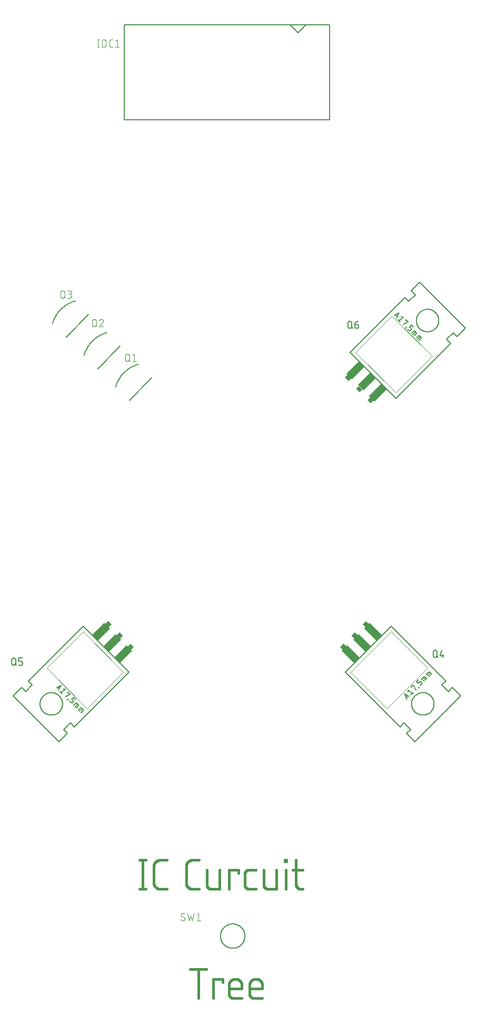
<source format=gbr>
G04 EAGLE Gerber RS-274X export*
G75*
%MOMM*%
%FSLAX34Y34*%
%LPD*%
%INSilkscreen Top*%
%IPPOS*%
%AMOC8*
5,1,8,0,0,1.08239X$1,22.5*%
G01*
%ADD10C,0.406400*%
%ADD11C,0.127000*%
%ADD12C,0.101600*%
%ADD13C,0.050800*%
%ADD14R,0.762000X0.635000*%
%ADD15R,1.270000X2.794000*%


D10*
X654925Y241808D02*
X654925Y195072D01*
X649732Y195072D02*
X660118Y195072D01*
X660118Y241808D02*
X649732Y241808D01*
X682820Y195072D02*
X693205Y195072D01*
X682820Y195072D02*
X682569Y195075D01*
X682318Y195084D01*
X682068Y195099D01*
X681818Y195120D01*
X681568Y195148D01*
X681319Y195181D01*
X681071Y195220D01*
X680825Y195265D01*
X680579Y195317D01*
X680334Y195374D01*
X680092Y195437D01*
X679850Y195506D01*
X679611Y195580D01*
X679373Y195661D01*
X679137Y195747D01*
X678903Y195839D01*
X678672Y195936D01*
X678443Y196039D01*
X678217Y196148D01*
X677993Y196262D01*
X677773Y196381D01*
X677555Y196506D01*
X677340Y196635D01*
X677128Y196770D01*
X676920Y196910D01*
X676715Y197056D01*
X676514Y197206D01*
X676316Y197360D01*
X676123Y197520D01*
X675933Y197684D01*
X675747Y197853D01*
X675565Y198026D01*
X675388Y198203D01*
X675215Y198385D01*
X675046Y198571D01*
X674882Y198761D01*
X674722Y198954D01*
X674568Y199152D01*
X674418Y199353D01*
X674272Y199558D01*
X674132Y199766D01*
X673997Y199978D01*
X673868Y200193D01*
X673743Y200411D01*
X673624Y200631D01*
X673510Y200855D01*
X673401Y201081D01*
X673298Y201310D01*
X673201Y201541D01*
X673109Y201775D01*
X673023Y202011D01*
X672942Y202249D01*
X672868Y202488D01*
X672799Y202730D01*
X672736Y202972D01*
X672679Y203217D01*
X672627Y203463D01*
X672582Y203709D01*
X672543Y203957D01*
X672510Y204206D01*
X672482Y204456D01*
X672461Y204706D01*
X672446Y204956D01*
X672437Y205207D01*
X672434Y205458D01*
X672434Y231422D01*
X672437Y231677D01*
X672447Y231932D01*
X672462Y232186D01*
X672484Y232440D01*
X672512Y232693D01*
X672546Y232946D01*
X672587Y233198D01*
X672634Y233448D01*
X672686Y233698D01*
X672745Y233946D01*
X672810Y234192D01*
X672881Y234437D01*
X672958Y234680D01*
X673041Y234921D01*
X673130Y235160D01*
X673225Y235397D01*
X673325Y235631D01*
X673431Y235863D01*
X673543Y236092D01*
X673660Y236318D01*
X673783Y236541D01*
X673912Y236761D01*
X674045Y236978D01*
X674184Y237192D01*
X674329Y237402D01*
X674478Y237609D01*
X674632Y237812D01*
X674792Y238011D01*
X674956Y238206D01*
X675124Y238397D01*
X675298Y238584D01*
X675476Y238766D01*
X675658Y238944D01*
X675845Y239118D01*
X676036Y239286D01*
X676231Y239450D01*
X676430Y239610D01*
X676633Y239764D01*
X676840Y239913D01*
X677050Y240058D01*
X677263Y240197D01*
X677481Y240330D01*
X677701Y240459D01*
X677924Y240582D01*
X678150Y240699D01*
X678379Y240811D01*
X678611Y240917D01*
X678845Y241017D01*
X679082Y241112D01*
X679321Y241201D01*
X679562Y241284D01*
X679805Y241361D01*
X680050Y241432D01*
X680296Y241497D01*
X680544Y241556D01*
X680794Y241608D01*
X681044Y241655D01*
X681296Y241696D01*
X681549Y241730D01*
X681802Y241758D01*
X682056Y241780D01*
X682310Y241795D01*
X682565Y241805D01*
X682820Y241808D01*
X693205Y241808D01*
X734890Y195072D02*
X745275Y195072D01*
X734890Y195072D02*
X734639Y195075D01*
X734388Y195084D01*
X734138Y195099D01*
X733888Y195120D01*
X733638Y195148D01*
X733389Y195181D01*
X733141Y195220D01*
X732895Y195265D01*
X732649Y195317D01*
X732404Y195374D01*
X732162Y195437D01*
X731920Y195506D01*
X731681Y195580D01*
X731443Y195661D01*
X731207Y195747D01*
X730973Y195839D01*
X730742Y195936D01*
X730513Y196039D01*
X730287Y196148D01*
X730063Y196262D01*
X729843Y196381D01*
X729625Y196506D01*
X729410Y196635D01*
X729198Y196770D01*
X728990Y196910D01*
X728785Y197056D01*
X728584Y197206D01*
X728386Y197360D01*
X728193Y197520D01*
X728003Y197684D01*
X727817Y197853D01*
X727635Y198026D01*
X727458Y198203D01*
X727285Y198385D01*
X727116Y198571D01*
X726952Y198761D01*
X726792Y198954D01*
X726638Y199152D01*
X726488Y199353D01*
X726342Y199558D01*
X726202Y199766D01*
X726067Y199978D01*
X725938Y200193D01*
X725813Y200411D01*
X725694Y200631D01*
X725580Y200855D01*
X725471Y201081D01*
X725368Y201310D01*
X725271Y201541D01*
X725179Y201775D01*
X725093Y202011D01*
X725012Y202249D01*
X724938Y202488D01*
X724869Y202730D01*
X724806Y202972D01*
X724749Y203217D01*
X724697Y203463D01*
X724652Y203709D01*
X724613Y203957D01*
X724580Y204206D01*
X724552Y204456D01*
X724531Y204706D01*
X724516Y204956D01*
X724507Y205207D01*
X724504Y205458D01*
X724504Y231422D01*
X724507Y231677D01*
X724517Y231932D01*
X724532Y232186D01*
X724554Y232440D01*
X724582Y232693D01*
X724616Y232946D01*
X724657Y233198D01*
X724704Y233448D01*
X724756Y233698D01*
X724815Y233946D01*
X724880Y234192D01*
X724951Y234437D01*
X725028Y234680D01*
X725111Y234921D01*
X725200Y235160D01*
X725295Y235397D01*
X725395Y235631D01*
X725501Y235863D01*
X725613Y236092D01*
X725730Y236318D01*
X725853Y236541D01*
X725982Y236761D01*
X726115Y236978D01*
X726254Y237192D01*
X726399Y237402D01*
X726548Y237609D01*
X726702Y237812D01*
X726862Y238011D01*
X727026Y238206D01*
X727194Y238397D01*
X727368Y238584D01*
X727546Y238766D01*
X727728Y238944D01*
X727915Y239118D01*
X728106Y239286D01*
X728301Y239450D01*
X728500Y239610D01*
X728703Y239764D01*
X728910Y239913D01*
X729120Y240058D01*
X729333Y240197D01*
X729551Y240330D01*
X729771Y240459D01*
X729994Y240582D01*
X730220Y240699D01*
X730449Y240811D01*
X730681Y240917D01*
X730915Y241017D01*
X731152Y241112D01*
X731391Y241201D01*
X731632Y241284D01*
X731875Y241361D01*
X732120Y241432D01*
X732366Y241497D01*
X732614Y241556D01*
X732864Y241608D01*
X733114Y241655D01*
X733366Y241696D01*
X733619Y241730D01*
X733872Y241758D01*
X734126Y241780D01*
X734380Y241795D01*
X734635Y241805D01*
X734890Y241808D01*
X745275Y241808D01*
X757569Y226229D02*
X757569Y202861D01*
X757571Y202673D01*
X757578Y202485D01*
X757589Y202297D01*
X757605Y202109D01*
X757626Y201922D01*
X757651Y201736D01*
X757680Y201550D01*
X757714Y201365D01*
X757753Y201180D01*
X757795Y200997D01*
X757843Y200815D01*
X757894Y200634D01*
X757950Y200454D01*
X758011Y200276D01*
X758075Y200099D01*
X758144Y199924D01*
X758217Y199750D01*
X758294Y199579D01*
X758376Y199409D01*
X758461Y199241D01*
X758551Y199076D01*
X758644Y198912D01*
X758741Y198751D01*
X758843Y198593D01*
X758948Y198436D01*
X759057Y198283D01*
X759169Y198132D01*
X759285Y197984D01*
X759405Y197838D01*
X759528Y197696D01*
X759654Y197557D01*
X759784Y197420D01*
X759917Y197287D01*
X760054Y197157D01*
X760193Y197031D01*
X760335Y196908D01*
X760481Y196788D01*
X760629Y196672D01*
X760780Y196560D01*
X760933Y196451D01*
X761090Y196346D01*
X761248Y196244D01*
X761409Y196147D01*
X761573Y196054D01*
X761738Y195964D01*
X761906Y195879D01*
X762076Y195797D01*
X762247Y195720D01*
X762421Y195647D01*
X762596Y195578D01*
X762773Y195514D01*
X762951Y195453D01*
X763131Y195397D01*
X763312Y195346D01*
X763494Y195298D01*
X763677Y195256D01*
X763862Y195217D01*
X764047Y195183D01*
X764233Y195154D01*
X764419Y195129D01*
X764606Y195108D01*
X764794Y195092D01*
X764982Y195081D01*
X765170Y195074D01*
X765358Y195072D01*
X778341Y195072D01*
X778341Y226229D01*
X793084Y226229D02*
X793084Y195072D01*
X793084Y226229D02*
X808663Y226229D01*
X808663Y221036D01*
X826307Y195072D02*
X836693Y195072D01*
X826307Y195072D02*
X826119Y195074D01*
X825931Y195081D01*
X825743Y195092D01*
X825555Y195108D01*
X825368Y195129D01*
X825182Y195154D01*
X824996Y195183D01*
X824811Y195217D01*
X824626Y195256D01*
X824443Y195298D01*
X824261Y195346D01*
X824080Y195397D01*
X823900Y195453D01*
X823722Y195514D01*
X823545Y195578D01*
X823370Y195647D01*
X823196Y195720D01*
X823025Y195797D01*
X822855Y195879D01*
X822687Y195964D01*
X822522Y196054D01*
X822358Y196147D01*
X822197Y196244D01*
X822039Y196346D01*
X821882Y196451D01*
X821729Y196560D01*
X821578Y196672D01*
X821430Y196788D01*
X821284Y196908D01*
X821142Y197031D01*
X821003Y197157D01*
X820866Y197287D01*
X820733Y197420D01*
X820603Y197557D01*
X820477Y197696D01*
X820354Y197838D01*
X820234Y197984D01*
X820118Y198132D01*
X820006Y198283D01*
X819897Y198436D01*
X819792Y198593D01*
X819690Y198751D01*
X819593Y198912D01*
X819500Y199076D01*
X819410Y199241D01*
X819325Y199409D01*
X819243Y199579D01*
X819166Y199750D01*
X819093Y199924D01*
X819024Y200099D01*
X818960Y200276D01*
X818899Y200454D01*
X818843Y200634D01*
X818792Y200815D01*
X818744Y200997D01*
X818702Y201180D01*
X818663Y201365D01*
X818629Y201550D01*
X818600Y201736D01*
X818575Y201922D01*
X818554Y202109D01*
X818538Y202297D01*
X818527Y202485D01*
X818520Y202673D01*
X818518Y202861D01*
X818518Y218440D01*
X818520Y218628D01*
X818527Y218816D01*
X818538Y219004D01*
X818554Y219192D01*
X818575Y219379D01*
X818600Y219565D01*
X818629Y219751D01*
X818663Y219936D01*
X818702Y220121D01*
X818744Y220304D01*
X818792Y220486D01*
X818843Y220667D01*
X818899Y220847D01*
X818960Y221025D01*
X819024Y221202D01*
X819093Y221377D01*
X819166Y221551D01*
X819243Y221722D01*
X819325Y221892D01*
X819410Y222060D01*
X819500Y222225D01*
X819593Y222389D01*
X819690Y222550D01*
X819792Y222708D01*
X819897Y222865D01*
X820006Y223018D01*
X820118Y223169D01*
X820234Y223317D01*
X820354Y223463D01*
X820477Y223605D01*
X820603Y223744D01*
X820733Y223881D01*
X820866Y224014D01*
X821003Y224144D01*
X821142Y224270D01*
X821284Y224393D01*
X821430Y224513D01*
X821578Y224629D01*
X821729Y224741D01*
X821882Y224850D01*
X822039Y224955D01*
X822197Y225057D01*
X822358Y225154D01*
X822522Y225247D01*
X822687Y225337D01*
X822855Y225422D01*
X823025Y225504D01*
X823196Y225581D01*
X823370Y225654D01*
X823545Y225723D01*
X823722Y225787D01*
X823900Y225848D01*
X824080Y225904D01*
X824261Y225955D01*
X824443Y226003D01*
X824626Y226045D01*
X824811Y226084D01*
X824996Y226118D01*
X825182Y226147D01*
X825368Y226172D01*
X825555Y226193D01*
X825743Y226209D01*
X825931Y226220D01*
X826119Y226227D01*
X826307Y226229D01*
X836693Y226229D01*
X849009Y226229D02*
X849009Y202861D01*
X849011Y202673D01*
X849018Y202485D01*
X849029Y202297D01*
X849045Y202109D01*
X849066Y201922D01*
X849091Y201736D01*
X849120Y201550D01*
X849154Y201365D01*
X849193Y201180D01*
X849235Y200997D01*
X849283Y200815D01*
X849334Y200634D01*
X849390Y200454D01*
X849451Y200276D01*
X849515Y200099D01*
X849584Y199924D01*
X849657Y199750D01*
X849734Y199579D01*
X849816Y199409D01*
X849901Y199241D01*
X849991Y199076D01*
X850084Y198912D01*
X850181Y198751D01*
X850283Y198593D01*
X850388Y198436D01*
X850497Y198283D01*
X850609Y198132D01*
X850725Y197984D01*
X850845Y197838D01*
X850968Y197696D01*
X851094Y197557D01*
X851224Y197420D01*
X851357Y197287D01*
X851494Y197157D01*
X851633Y197031D01*
X851775Y196908D01*
X851921Y196788D01*
X852069Y196672D01*
X852220Y196560D01*
X852373Y196451D01*
X852530Y196346D01*
X852688Y196244D01*
X852849Y196147D01*
X853013Y196054D01*
X853178Y195964D01*
X853346Y195879D01*
X853516Y195797D01*
X853687Y195720D01*
X853861Y195647D01*
X854036Y195578D01*
X854213Y195514D01*
X854391Y195453D01*
X854571Y195397D01*
X854752Y195346D01*
X854934Y195298D01*
X855117Y195256D01*
X855302Y195217D01*
X855487Y195183D01*
X855673Y195154D01*
X855859Y195129D01*
X856046Y195108D01*
X856234Y195092D01*
X856422Y195081D01*
X856610Y195074D01*
X856798Y195072D01*
X869781Y195072D01*
X869781Y226229D01*
X884795Y226229D02*
X884795Y195072D01*
X883497Y239212D02*
X883497Y241808D01*
X886093Y241808D01*
X886093Y239212D01*
X883497Y239212D01*
X896112Y226229D02*
X911690Y226229D01*
X901305Y241808D02*
X901305Y202861D01*
X901307Y202673D01*
X901314Y202485D01*
X901325Y202297D01*
X901341Y202109D01*
X901362Y201922D01*
X901387Y201736D01*
X901416Y201550D01*
X901450Y201365D01*
X901489Y201180D01*
X901531Y200997D01*
X901579Y200815D01*
X901630Y200634D01*
X901686Y200454D01*
X901747Y200276D01*
X901811Y200099D01*
X901880Y199924D01*
X901953Y199750D01*
X902030Y199579D01*
X902112Y199409D01*
X902197Y199241D01*
X902287Y199076D01*
X902380Y198912D01*
X902478Y198751D01*
X902579Y198593D01*
X902684Y198436D01*
X902793Y198283D01*
X902905Y198132D01*
X903021Y197984D01*
X903141Y197838D01*
X903264Y197696D01*
X903390Y197557D01*
X903520Y197420D01*
X903653Y197287D01*
X903790Y197157D01*
X903929Y197031D01*
X904071Y196908D01*
X904217Y196788D01*
X904365Y196672D01*
X904516Y196560D01*
X904669Y196451D01*
X904826Y196346D01*
X904984Y196244D01*
X905145Y196147D01*
X905309Y196054D01*
X905474Y195964D01*
X905642Y195879D01*
X905812Y195797D01*
X905983Y195720D01*
X906157Y195647D01*
X906332Y195578D01*
X906509Y195514D01*
X906687Y195453D01*
X906867Y195397D01*
X907048Y195346D01*
X907230Y195298D01*
X907413Y195255D01*
X907598Y195217D01*
X907783Y195183D01*
X907969Y195154D01*
X908155Y195129D01*
X908342Y195108D01*
X908530Y195092D01*
X908718Y195081D01*
X908906Y195074D01*
X909094Y195072D01*
X911690Y195072D01*
X743994Y66548D02*
X743994Y19812D01*
X731012Y66548D02*
X756976Y66548D01*
X767853Y50969D02*
X767853Y19812D01*
X767853Y50969D02*
X783432Y50969D01*
X783432Y45776D01*
X801088Y19812D02*
X814070Y19812D01*
X801088Y19812D02*
X800900Y19814D01*
X800712Y19821D01*
X800524Y19832D01*
X800336Y19848D01*
X800149Y19869D01*
X799963Y19894D01*
X799777Y19923D01*
X799592Y19957D01*
X799407Y19996D01*
X799224Y20038D01*
X799042Y20086D01*
X798861Y20137D01*
X798681Y20193D01*
X798503Y20254D01*
X798326Y20318D01*
X798151Y20387D01*
X797977Y20460D01*
X797806Y20537D01*
X797636Y20619D01*
X797468Y20704D01*
X797303Y20794D01*
X797139Y20887D01*
X796978Y20984D01*
X796820Y21086D01*
X796663Y21191D01*
X796510Y21300D01*
X796359Y21412D01*
X796211Y21528D01*
X796065Y21648D01*
X795923Y21771D01*
X795784Y21897D01*
X795647Y22027D01*
X795514Y22160D01*
X795384Y22297D01*
X795258Y22436D01*
X795135Y22578D01*
X795015Y22724D01*
X794899Y22872D01*
X794787Y23023D01*
X794678Y23176D01*
X794573Y23333D01*
X794471Y23491D01*
X794374Y23652D01*
X794281Y23816D01*
X794191Y23981D01*
X794106Y24149D01*
X794024Y24319D01*
X793947Y24490D01*
X793874Y24664D01*
X793805Y24839D01*
X793741Y25016D01*
X793680Y25194D01*
X793624Y25374D01*
X793573Y25555D01*
X793525Y25737D01*
X793483Y25920D01*
X793444Y26105D01*
X793410Y26290D01*
X793381Y26476D01*
X793356Y26662D01*
X793335Y26849D01*
X793319Y27037D01*
X793308Y27225D01*
X793301Y27413D01*
X793299Y27601D01*
X793298Y27601D02*
X793298Y40584D01*
X793301Y40837D01*
X793310Y41090D01*
X793326Y41342D01*
X793347Y41594D01*
X793375Y41846D01*
X793409Y42096D01*
X793449Y42346D01*
X793494Y42595D01*
X793546Y42842D01*
X793604Y43088D01*
X793668Y43333D01*
X793738Y43576D01*
X793814Y43817D01*
X793896Y44057D01*
X793983Y44294D01*
X794077Y44529D01*
X794175Y44762D01*
X794280Y44992D01*
X794390Y45220D01*
X794506Y45445D01*
X794627Y45667D01*
X794753Y45886D01*
X794885Y46102D01*
X795022Y46315D01*
X795164Y46524D01*
X795311Y46730D01*
X795464Y46932D01*
X795621Y47130D01*
X795782Y47324D01*
X795949Y47515D01*
X796120Y47701D01*
X796295Y47883D01*
X796475Y48061D01*
X796660Y48234D01*
X796848Y48403D01*
X797040Y48567D01*
X797237Y48727D01*
X797437Y48881D01*
X797641Y49031D01*
X797848Y49175D01*
X798059Y49315D01*
X798274Y49449D01*
X798491Y49579D01*
X798712Y49702D01*
X798935Y49821D01*
X799161Y49934D01*
X799390Y50041D01*
X799622Y50143D01*
X799856Y50239D01*
X800092Y50329D01*
X800331Y50414D01*
X800571Y50492D01*
X800813Y50565D01*
X801057Y50632D01*
X801302Y50693D01*
X801549Y50748D01*
X801798Y50797D01*
X802047Y50840D01*
X802297Y50877D01*
X802548Y50908D01*
X802800Y50932D01*
X803052Y50951D01*
X803305Y50963D01*
X803558Y50969D01*
X803810Y50969D01*
X804063Y50963D01*
X804316Y50951D01*
X804568Y50932D01*
X804820Y50908D01*
X805071Y50877D01*
X805321Y50840D01*
X805570Y50797D01*
X805819Y50748D01*
X806066Y50693D01*
X806311Y50632D01*
X806555Y50565D01*
X806797Y50492D01*
X807037Y50414D01*
X807276Y50329D01*
X807512Y50239D01*
X807746Y50143D01*
X807978Y50041D01*
X808207Y49934D01*
X808433Y49821D01*
X808656Y49702D01*
X808877Y49579D01*
X809094Y49449D01*
X809309Y49315D01*
X809520Y49175D01*
X809727Y49031D01*
X809931Y48881D01*
X810131Y48727D01*
X810328Y48567D01*
X810520Y48403D01*
X810708Y48234D01*
X810893Y48061D01*
X811073Y47883D01*
X811248Y47701D01*
X811419Y47515D01*
X811586Y47324D01*
X811747Y47130D01*
X811904Y46932D01*
X812057Y46730D01*
X812204Y46524D01*
X812346Y46315D01*
X812483Y46102D01*
X812615Y45886D01*
X812741Y45667D01*
X812862Y45445D01*
X812978Y45220D01*
X813088Y44992D01*
X813193Y44762D01*
X813291Y44529D01*
X813385Y44294D01*
X813472Y44057D01*
X813554Y43817D01*
X813630Y43576D01*
X813700Y43333D01*
X813764Y43088D01*
X813822Y42842D01*
X813874Y42595D01*
X813919Y42346D01*
X813959Y42096D01*
X813993Y41846D01*
X814021Y41594D01*
X814042Y41342D01*
X814058Y41090D01*
X814067Y40837D01*
X814070Y40584D01*
X814070Y35391D01*
X793298Y35391D01*
X834108Y19812D02*
X847090Y19812D01*
X834108Y19812D02*
X833920Y19814D01*
X833732Y19821D01*
X833544Y19832D01*
X833356Y19848D01*
X833169Y19869D01*
X832983Y19894D01*
X832797Y19923D01*
X832612Y19957D01*
X832427Y19996D01*
X832244Y20038D01*
X832062Y20086D01*
X831881Y20137D01*
X831701Y20193D01*
X831523Y20254D01*
X831346Y20318D01*
X831171Y20387D01*
X830997Y20460D01*
X830826Y20537D01*
X830656Y20619D01*
X830488Y20704D01*
X830323Y20794D01*
X830159Y20887D01*
X829998Y20984D01*
X829840Y21086D01*
X829683Y21191D01*
X829530Y21300D01*
X829379Y21412D01*
X829231Y21528D01*
X829085Y21648D01*
X828943Y21771D01*
X828804Y21897D01*
X828667Y22027D01*
X828534Y22160D01*
X828404Y22297D01*
X828278Y22436D01*
X828155Y22578D01*
X828035Y22724D01*
X827919Y22872D01*
X827807Y23023D01*
X827698Y23176D01*
X827593Y23333D01*
X827491Y23491D01*
X827394Y23652D01*
X827301Y23816D01*
X827211Y23981D01*
X827126Y24149D01*
X827044Y24319D01*
X826967Y24490D01*
X826894Y24664D01*
X826825Y24839D01*
X826761Y25016D01*
X826700Y25194D01*
X826644Y25374D01*
X826593Y25555D01*
X826545Y25737D01*
X826503Y25920D01*
X826464Y26105D01*
X826430Y26290D01*
X826401Y26476D01*
X826376Y26662D01*
X826355Y26849D01*
X826339Y27037D01*
X826328Y27225D01*
X826321Y27413D01*
X826319Y27601D01*
X826318Y27601D02*
X826318Y40584D01*
X826321Y40837D01*
X826330Y41090D01*
X826346Y41342D01*
X826367Y41594D01*
X826395Y41846D01*
X826429Y42096D01*
X826469Y42346D01*
X826514Y42595D01*
X826566Y42842D01*
X826624Y43088D01*
X826688Y43333D01*
X826758Y43576D01*
X826834Y43817D01*
X826916Y44057D01*
X827003Y44294D01*
X827097Y44529D01*
X827195Y44762D01*
X827300Y44992D01*
X827410Y45220D01*
X827526Y45445D01*
X827647Y45667D01*
X827773Y45886D01*
X827905Y46102D01*
X828042Y46315D01*
X828184Y46524D01*
X828331Y46730D01*
X828484Y46932D01*
X828641Y47130D01*
X828802Y47324D01*
X828969Y47515D01*
X829140Y47701D01*
X829315Y47883D01*
X829495Y48061D01*
X829680Y48234D01*
X829868Y48403D01*
X830060Y48567D01*
X830257Y48727D01*
X830457Y48881D01*
X830661Y49031D01*
X830868Y49175D01*
X831079Y49315D01*
X831294Y49449D01*
X831511Y49579D01*
X831732Y49702D01*
X831955Y49821D01*
X832181Y49934D01*
X832410Y50041D01*
X832642Y50143D01*
X832876Y50239D01*
X833112Y50329D01*
X833351Y50414D01*
X833591Y50492D01*
X833833Y50565D01*
X834077Y50632D01*
X834322Y50693D01*
X834569Y50748D01*
X834818Y50797D01*
X835067Y50840D01*
X835317Y50877D01*
X835568Y50908D01*
X835820Y50932D01*
X836072Y50951D01*
X836325Y50963D01*
X836578Y50969D01*
X836830Y50969D01*
X837083Y50963D01*
X837336Y50951D01*
X837588Y50932D01*
X837840Y50908D01*
X838091Y50877D01*
X838341Y50840D01*
X838590Y50797D01*
X838839Y50748D01*
X839086Y50693D01*
X839331Y50632D01*
X839575Y50565D01*
X839817Y50492D01*
X840057Y50414D01*
X840296Y50329D01*
X840532Y50239D01*
X840766Y50143D01*
X840998Y50041D01*
X841227Y49934D01*
X841453Y49821D01*
X841676Y49702D01*
X841897Y49579D01*
X842114Y49449D01*
X842329Y49315D01*
X842540Y49175D01*
X842747Y49031D01*
X842951Y48881D01*
X843151Y48727D01*
X843348Y48567D01*
X843540Y48403D01*
X843728Y48234D01*
X843913Y48061D01*
X844093Y47883D01*
X844268Y47701D01*
X844439Y47515D01*
X844606Y47324D01*
X844767Y47130D01*
X844924Y46932D01*
X845077Y46730D01*
X845224Y46524D01*
X845366Y46315D01*
X845503Y46102D01*
X845635Y45886D01*
X845761Y45667D01*
X845882Y45445D01*
X845998Y45220D01*
X846108Y44992D01*
X846213Y44762D01*
X846311Y44529D01*
X846405Y44294D01*
X846492Y44057D01*
X846574Y43817D01*
X846650Y43576D01*
X846720Y43333D01*
X846784Y43088D01*
X846842Y42842D01*
X846894Y42595D01*
X846939Y42346D01*
X846979Y42096D01*
X847013Y41846D01*
X847041Y41594D01*
X847062Y41342D01*
X847078Y41090D01*
X847087Y40837D01*
X847090Y40584D01*
X847090Y35391D01*
X826318Y35391D01*
D11*
X633076Y979824D02*
X668997Y1015745D01*
X647445Y1037297D02*
X646256Y1036957D01*
X645076Y1036589D01*
X643905Y1036193D01*
X642744Y1035768D01*
X641594Y1035315D01*
X640455Y1034835D01*
X639328Y1034327D01*
X638214Y1033793D01*
X637112Y1033231D01*
X636025Y1032643D01*
X634952Y1032029D01*
X633894Y1031389D01*
X632852Y1030724D01*
X631827Y1030034D01*
X630818Y1029320D01*
X629827Y1028581D01*
X628854Y1027819D01*
X627900Y1027033D01*
X626965Y1026224D01*
X626049Y1025393D01*
X625154Y1024541D01*
X624280Y1023667D01*
X623428Y1022772D01*
X622597Y1021856D01*
X621788Y1020921D01*
X621002Y1019967D01*
X620240Y1018994D01*
X619501Y1018003D01*
X618787Y1016994D01*
X618097Y1015969D01*
X617432Y1014927D01*
X616792Y1013869D01*
X616178Y1012796D01*
X615590Y1011709D01*
X615028Y1010607D01*
X614494Y1009493D01*
X613986Y1008366D01*
X613506Y1007227D01*
X613053Y1006077D01*
X612628Y1004916D01*
X612232Y1003745D01*
X611864Y1002565D01*
X611524Y1001376D01*
D12*
X626637Y1045496D02*
X626637Y1050689D01*
X626636Y1050689D02*
X626638Y1050802D01*
X626644Y1050915D01*
X626654Y1051028D01*
X626668Y1051141D01*
X626685Y1051253D01*
X626707Y1051364D01*
X626732Y1051474D01*
X626762Y1051584D01*
X626795Y1051692D01*
X626832Y1051799D01*
X626872Y1051905D01*
X626917Y1052009D01*
X626965Y1052112D01*
X627016Y1052213D01*
X627071Y1052312D01*
X627129Y1052409D01*
X627191Y1052504D01*
X627256Y1052597D01*
X627324Y1052687D01*
X627395Y1052775D01*
X627470Y1052861D01*
X627547Y1052944D01*
X627627Y1053024D01*
X627710Y1053101D01*
X627796Y1053176D01*
X627884Y1053247D01*
X627974Y1053315D01*
X628067Y1053380D01*
X628162Y1053442D01*
X628259Y1053500D01*
X628358Y1053555D01*
X628459Y1053606D01*
X628562Y1053654D01*
X628666Y1053699D01*
X628772Y1053739D01*
X628879Y1053776D01*
X628987Y1053809D01*
X629097Y1053839D01*
X629207Y1053864D01*
X629318Y1053886D01*
X629430Y1053903D01*
X629543Y1053917D01*
X629656Y1053927D01*
X629769Y1053933D01*
X629882Y1053935D01*
X629995Y1053933D01*
X630108Y1053927D01*
X630221Y1053917D01*
X630334Y1053903D01*
X630446Y1053886D01*
X630557Y1053864D01*
X630667Y1053839D01*
X630777Y1053809D01*
X630885Y1053776D01*
X630992Y1053739D01*
X631098Y1053699D01*
X631202Y1053654D01*
X631305Y1053606D01*
X631406Y1053555D01*
X631505Y1053500D01*
X631602Y1053442D01*
X631697Y1053380D01*
X631790Y1053315D01*
X631880Y1053247D01*
X631968Y1053176D01*
X632054Y1053101D01*
X632137Y1053024D01*
X632217Y1052944D01*
X632294Y1052861D01*
X632369Y1052775D01*
X632440Y1052687D01*
X632508Y1052597D01*
X632573Y1052504D01*
X632635Y1052409D01*
X632693Y1052312D01*
X632748Y1052213D01*
X632799Y1052112D01*
X632847Y1052009D01*
X632892Y1051905D01*
X632932Y1051799D01*
X632969Y1051692D01*
X633002Y1051584D01*
X633032Y1051474D01*
X633057Y1051364D01*
X633079Y1051253D01*
X633096Y1051141D01*
X633110Y1051028D01*
X633120Y1050915D01*
X633126Y1050802D01*
X633128Y1050689D01*
X633128Y1045496D01*
X633126Y1045383D01*
X633120Y1045270D01*
X633110Y1045157D01*
X633096Y1045044D01*
X633079Y1044932D01*
X633057Y1044821D01*
X633032Y1044711D01*
X633002Y1044601D01*
X632969Y1044493D01*
X632932Y1044386D01*
X632892Y1044280D01*
X632847Y1044176D01*
X632799Y1044073D01*
X632748Y1043972D01*
X632693Y1043873D01*
X632635Y1043776D01*
X632573Y1043681D01*
X632508Y1043588D01*
X632440Y1043498D01*
X632369Y1043410D01*
X632294Y1043324D01*
X632217Y1043241D01*
X632137Y1043161D01*
X632054Y1043084D01*
X631968Y1043009D01*
X631880Y1042938D01*
X631790Y1042870D01*
X631697Y1042805D01*
X631602Y1042743D01*
X631505Y1042685D01*
X631406Y1042630D01*
X631305Y1042579D01*
X631202Y1042531D01*
X631098Y1042486D01*
X630992Y1042446D01*
X630885Y1042409D01*
X630777Y1042376D01*
X630667Y1042346D01*
X630557Y1042321D01*
X630446Y1042299D01*
X630334Y1042282D01*
X630221Y1042268D01*
X630108Y1042258D01*
X629995Y1042252D01*
X629882Y1042250D01*
X629769Y1042252D01*
X629656Y1042258D01*
X629543Y1042268D01*
X629430Y1042282D01*
X629318Y1042299D01*
X629207Y1042321D01*
X629097Y1042346D01*
X628987Y1042376D01*
X628879Y1042409D01*
X628772Y1042446D01*
X628666Y1042486D01*
X628562Y1042531D01*
X628459Y1042579D01*
X628358Y1042630D01*
X628259Y1042685D01*
X628162Y1042743D01*
X628067Y1042805D01*
X627974Y1042870D01*
X627884Y1042938D01*
X627796Y1043009D01*
X627710Y1043084D01*
X627627Y1043161D01*
X627547Y1043241D01*
X627470Y1043324D01*
X627395Y1043410D01*
X627324Y1043498D01*
X627256Y1043588D01*
X627191Y1043681D01*
X627129Y1043776D01*
X627071Y1043873D01*
X627016Y1043972D01*
X626965Y1044073D01*
X626917Y1044176D01*
X626872Y1044280D01*
X626832Y1044386D01*
X626795Y1044493D01*
X626762Y1044601D01*
X626732Y1044711D01*
X626707Y1044821D01*
X626685Y1044932D01*
X626668Y1045044D01*
X626654Y1045157D01*
X626644Y1045270D01*
X626638Y1045383D01*
X626636Y1045496D01*
X631830Y1044847D02*
X634426Y1042250D01*
X637781Y1051338D02*
X641026Y1053934D01*
X641026Y1042250D01*
X637781Y1042250D02*
X644272Y1042250D01*
D11*
X618197Y1066545D02*
X582276Y1030624D01*
X560724Y1052176D02*
X561064Y1053365D01*
X561432Y1054545D01*
X561828Y1055716D01*
X562253Y1056877D01*
X562706Y1058027D01*
X563186Y1059166D01*
X563694Y1060293D01*
X564228Y1061407D01*
X564790Y1062509D01*
X565378Y1063596D01*
X565992Y1064669D01*
X566632Y1065727D01*
X567297Y1066769D01*
X567987Y1067794D01*
X568701Y1068803D01*
X569440Y1069794D01*
X570202Y1070767D01*
X570988Y1071721D01*
X571797Y1072656D01*
X572628Y1073572D01*
X573480Y1074467D01*
X574354Y1075341D01*
X575249Y1076193D01*
X576165Y1077024D01*
X577100Y1077833D01*
X578054Y1078619D01*
X579027Y1079381D01*
X580018Y1080120D01*
X581027Y1080834D01*
X582052Y1081524D01*
X583094Y1082189D01*
X584152Y1082829D01*
X585225Y1083443D01*
X586312Y1084031D01*
X587414Y1084593D01*
X588528Y1085127D01*
X589655Y1085635D01*
X590794Y1086115D01*
X591944Y1086568D01*
X593105Y1086993D01*
X594276Y1087389D01*
X595456Y1087757D01*
X596645Y1088097D01*
D12*
X573297Y1101376D02*
X573297Y1106569D01*
X573296Y1106569D02*
X573298Y1106682D01*
X573304Y1106795D01*
X573314Y1106908D01*
X573328Y1107021D01*
X573345Y1107133D01*
X573367Y1107244D01*
X573392Y1107354D01*
X573422Y1107464D01*
X573455Y1107572D01*
X573492Y1107679D01*
X573532Y1107785D01*
X573577Y1107889D01*
X573625Y1107992D01*
X573676Y1108093D01*
X573731Y1108192D01*
X573789Y1108289D01*
X573851Y1108384D01*
X573916Y1108477D01*
X573984Y1108567D01*
X574055Y1108655D01*
X574130Y1108741D01*
X574207Y1108824D01*
X574287Y1108904D01*
X574370Y1108981D01*
X574456Y1109056D01*
X574544Y1109127D01*
X574634Y1109195D01*
X574727Y1109260D01*
X574822Y1109322D01*
X574919Y1109380D01*
X575018Y1109435D01*
X575119Y1109486D01*
X575222Y1109534D01*
X575326Y1109579D01*
X575432Y1109619D01*
X575539Y1109656D01*
X575647Y1109689D01*
X575757Y1109719D01*
X575867Y1109744D01*
X575978Y1109766D01*
X576090Y1109783D01*
X576203Y1109797D01*
X576316Y1109807D01*
X576429Y1109813D01*
X576542Y1109815D01*
X576655Y1109813D01*
X576768Y1109807D01*
X576881Y1109797D01*
X576994Y1109783D01*
X577106Y1109766D01*
X577217Y1109744D01*
X577327Y1109719D01*
X577437Y1109689D01*
X577545Y1109656D01*
X577652Y1109619D01*
X577758Y1109579D01*
X577862Y1109534D01*
X577965Y1109486D01*
X578066Y1109435D01*
X578165Y1109380D01*
X578262Y1109322D01*
X578357Y1109260D01*
X578450Y1109195D01*
X578540Y1109127D01*
X578628Y1109056D01*
X578714Y1108981D01*
X578797Y1108904D01*
X578877Y1108824D01*
X578954Y1108741D01*
X579029Y1108655D01*
X579100Y1108567D01*
X579168Y1108477D01*
X579233Y1108384D01*
X579295Y1108289D01*
X579353Y1108192D01*
X579408Y1108093D01*
X579459Y1107992D01*
X579507Y1107889D01*
X579552Y1107785D01*
X579592Y1107679D01*
X579629Y1107572D01*
X579662Y1107464D01*
X579692Y1107354D01*
X579717Y1107244D01*
X579739Y1107133D01*
X579756Y1107021D01*
X579770Y1106908D01*
X579780Y1106795D01*
X579786Y1106682D01*
X579788Y1106569D01*
X579788Y1101376D01*
X579786Y1101263D01*
X579780Y1101150D01*
X579770Y1101037D01*
X579756Y1100924D01*
X579739Y1100812D01*
X579717Y1100701D01*
X579692Y1100591D01*
X579662Y1100481D01*
X579629Y1100373D01*
X579592Y1100266D01*
X579552Y1100160D01*
X579507Y1100056D01*
X579459Y1099953D01*
X579408Y1099852D01*
X579353Y1099753D01*
X579295Y1099656D01*
X579233Y1099561D01*
X579168Y1099468D01*
X579100Y1099378D01*
X579029Y1099290D01*
X578954Y1099204D01*
X578877Y1099121D01*
X578797Y1099041D01*
X578714Y1098964D01*
X578628Y1098889D01*
X578540Y1098818D01*
X578450Y1098750D01*
X578357Y1098685D01*
X578262Y1098623D01*
X578165Y1098565D01*
X578066Y1098510D01*
X577965Y1098459D01*
X577862Y1098411D01*
X577758Y1098366D01*
X577652Y1098326D01*
X577545Y1098289D01*
X577437Y1098256D01*
X577327Y1098226D01*
X577217Y1098201D01*
X577106Y1098179D01*
X576994Y1098162D01*
X576881Y1098148D01*
X576768Y1098138D01*
X576655Y1098132D01*
X576542Y1098130D01*
X576429Y1098132D01*
X576316Y1098138D01*
X576203Y1098148D01*
X576090Y1098162D01*
X575978Y1098179D01*
X575867Y1098201D01*
X575757Y1098226D01*
X575647Y1098256D01*
X575539Y1098289D01*
X575432Y1098326D01*
X575326Y1098366D01*
X575222Y1098411D01*
X575119Y1098459D01*
X575018Y1098510D01*
X574919Y1098565D01*
X574822Y1098623D01*
X574727Y1098685D01*
X574634Y1098750D01*
X574544Y1098818D01*
X574456Y1098889D01*
X574370Y1098964D01*
X574287Y1099041D01*
X574207Y1099121D01*
X574130Y1099204D01*
X574055Y1099290D01*
X573984Y1099378D01*
X573916Y1099468D01*
X573851Y1099561D01*
X573789Y1099656D01*
X573731Y1099753D01*
X573676Y1099852D01*
X573625Y1099953D01*
X573577Y1100056D01*
X573532Y1100160D01*
X573492Y1100266D01*
X573455Y1100373D01*
X573422Y1100481D01*
X573392Y1100591D01*
X573367Y1100701D01*
X573345Y1100812D01*
X573328Y1100924D01*
X573314Y1101037D01*
X573304Y1101150D01*
X573298Y1101263D01*
X573296Y1101376D01*
X578490Y1100727D02*
X581086Y1098130D01*
X590932Y1106893D02*
X590930Y1107000D01*
X590924Y1107106D01*
X590914Y1107212D01*
X590901Y1107318D01*
X590883Y1107424D01*
X590862Y1107528D01*
X590837Y1107632D01*
X590808Y1107735D01*
X590776Y1107836D01*
X590739Y1107936D01*
X590699Y1108035D01*
X590656Y1108133D01*
X590609Y1108229D01*
X590558Y1108323D01*
X590504Y1108415D01*
X590447Y1108505D01*
X590387Y1108593D01*
X590323Y1108678D01*
X590256Y1108761D01*
X590186Y1108842D01*
X590114Y1108920D01*
X590038Y1108996D01*
X589960Y1109068D01*
X589879Y1109138D01*
X589796Y1109205D01*
X589711Y1109269D01*
X589623Y1109329D01*
X589533Y1109386D01*
X589441Y1109440D01*
X589347Y1109491D01*
X589251Y1109538D01*
X589153Y1109581D01*
X589054Y1109621D01*
X588954Y1109658D01*
X588853Y1109690D01*
X588750Y1109719D01*
X588646Y1109744D01*
X588542Y1109765D01*
X588436Y1109783D01*
X588330Y1109796D01*
X588224Y1109806D01*
X588118Y1109812D01*
X588011Y1109814D01*
X588011Y1109815D02*
X587890Y1109813D01*
X587769Y1109807D01*
X587649Y1109797D01*
X587528Y1109784D01*
X587409Y1109766D01*
X587289Y1109745D01*
X587171Y1109720D01*
X587054Y1109691D01*
X586937Y1109658D01*
X586822Y1109622D01*
X586708Y1109581D01*
X586595Y1109538D01*
X586483Y1109490D01*
X586374Y1109439D01*
X586266Y1109384D01*
X586159Y1109326D01*
X586055Y1109265D01*
X585953Y1109200D01*
X585853Y1109132D01*
X585755Y1109061D01*
X585659Y1108987D01*
X585566Y1108910D01*
X585476Y1108829D01*
X585388Y1108746D01*
X585303Y1108660D01*
X585220Y1108571D01*
X585141Y1108480D01*
X585064Y1108386D01*
X584991Y1108290D01*
X584921Y1108192D01*
X584854Y1108091D01*
X584790Y1107988D01*
X584730Y1107883D01*
X584673Y1107776D01*
X584619Y1107668D01*
X584569Y1107558D01*
X584523Y1107446D01*
X584480Y1107333D01*
X584441Y1107218D01*
X589958Y1104621D02*
X590037Y1104698D01*
X590113Y1104779D01*
X590186Y1104862D01*
X590256Y1104947D01*
X590323Y1105035D01*
X590387Y1105125D01*
X590447Y1105217D01*
X590504Y1105312D01*
X590558Y1105408D01*
X590609Y1105506D01*
X590656Y1105606D01*
X590700Y1105708D01*
X590740Y1105811D01*
X590776Y1105915D01*
X590808Y1106021D01*
X590837Y1106127D01*
X590862Y1106235D01*
X590884Y1106343D01*
X590901Y1106453D01*
X590915Y1106562D01*
X590924Y1106672D01*
X590930Y1106783D01*
X590932Y1106893D01*
X589958Y1104621D02*
X584441Y1098130D01*
X590932Y1098130D01*
D11*
X567397Y1117345D02*
X531476Y1081424D01*
X509924Y1102976D02*
X510264Y1104165D01*
X510632Y1105345D01*
X511028Y1106516D01*
X511453Y1107677D01*
X511906Y1108827D01*
X512386Y1109966D01*
X512894Y1111093D01*
X513428Y1112207D01*
X513990Y1113309D01*
X514578Y1114396D01*
X515192Y1115469D01*
X515832Y1116527D01*
X516497Y1117569D01*
X517187Y1118594D01*
X517901Y1119603D01*
X518640Y1120594D01*
X519402Y1121567D01*
X520188Y1122521D01*
X520997Y1123456D01*
X521828Y1124372D01*
X522680Y1125267D01*
X523554Y1126141D01*
X524449Y1126993D01*
X525365Y1127824D01*
X526300Y1128633D01*
X527254Y1129419D01*
X528227Y1130181D01*
X529218Y1130920D01*
X530227Y1131634D01*
X531252Y1132324D01*
X532294Y1132989D01*
X533352Y1133629D01*
X534425Y1134243D01*
X535512Y1134831D01*
X536614Y1135393D01*
X537728Y1135927D01*
X538855Y1136435D01*
X539994Y1136915D01*
X541144Y1137368D01*
X542305Y1137793D01*
X543476Y1138189D01*
X544656Y1138557D01*
X545845Y1138897D01*
D12*
X522497Y1147096D02*
X522497Y1152289D01*
X522496Y1152289D02*
X522498Y1152402D01*
X522504Y1152515D01*
X522514Y1152628D01*
X522528Y1152741D01*
X522545Y1152853D01*
X522567Y1152964D01*
X522592Y1153074D01*
X522622Y1153184D01*
X522655Y1153292D01*
X522692Y1153399D01*
X522732Y1153505D01*
X522777Y1153609D01*
X522825Y1153712D01*
X522876Y1153813D01*
X522931Y1153912D01*
X522989Y1154009D01*
X523051Y1154104D01*
X523116Y1154197D01*
X523184Y1154287D01*
X523255Y1154375D01*
X523330Y1154461D01*
X523407Y1154544D01*
X523487Y1154624D01*
X523570Y1154701D01*
X523656Y1154776D01*
X523744Y1154847D01*
X523834Y1154915D01*
X523927Y1154980D01*
X524022Y1155042D01*
X524119Y1155100D01*
X524218Y1155155D01*
X524319Y1155206D01*
X524422Y1155254D01*
X524526Y1155299D01*
X524632Y1155339D01*
X524739Y1155376D01*
X524847Y1155409D01*
X524957Y1155439D01*
X525067Y1155464D01*
X525178Y1155486D01*
X525290Y1155503D01*
X525403Y1155517D01*
X525516Y1155527D01*
X525629Y1155533D01*
X525742Y1155535D01*
X525855Y1155533D01*
X525968Y1155527D01*
X526081Y1155517D01*
X526194Y1155503D01*
X526306Y1155486D01*
X526417Y1155464D01*
X526527Y1155439D01*
X526637Y1155409D01*
X526745Y1155376D01*
X526852Y1155339D01*
X526958Y1155299D01*
X527062Y1155254D01*
X527165Y1155206D01*
X527266Y1155155D01*
X527365Y1155100D01*
X527462Y1155042D01*
X527557Y1154980D01*
X527650Y1154915D01*
X527740Y1154847D01*
X527828Y1154776D01*
X527914Y1154701D01*
X527997Y1154624D01*
X528077Y1154544D01*
X528154Y1154461D01*
X528229Y1154375D01*
X528300Y1154287D01*
X528368Y1154197D01*
X528433Y1154104D01*
X528495Y1154009D01*
X528553Y1153912D01*
X528608Y1153813D01*
X528659Y1153712D01*
X528707Y1153609D01*
X528752Y1153505D01*
X528792Y1153399D01*
X528829Y1153292D01*
X528862Y1153184D01*
X528892Y1153074D01*
X528917Y1152964D01*
X528939Y1152853D01*
X528956Y1152741D01*
X528970Y1152628D01*
X528980Y1152515D01*
X528986Y1152402D01*
X528988Y1152289D01*
X528988Y1147096D01*
X528986Y1146983D01*
X528980Y1146870D01*
X528970Y1146757D01*
X528956Y1146644D01*
X528939Y1146532D01*
X528917Y1146421D01*
X528892Y1146311D01*
X528862Y1146201D01*
X528829Y1146093D01*
X528792Y1145986D01*
X528752Y1145880D01*
X528707Y1145776D01*
X528659Y1145673D01*
X528608Y1145572D01*
X528553Y1145473D01*
X528495Y1145376D01*
X528433Y1145281D01*
X528368Y1145188D01*
X528300Y1145098D01*
X528229Y1145010D01*
X528154Y1144924D01*
X528077Y1144841D01*
X527997Y1144761D01*
X527914Y1144684D01*
X527828Y1144609D01*
X527740Y1144538D01*
X527650Y1144470D01*
X527557Y1144405D01*
X527462Y1144343D01*
X527365Y1144285D01*
X527266Y1144230D01*
X527165Y1144179D01*
X527062Y1144131D01*
X526958Y1144086D01*
X526852Y1144046D01*
X526745Y1144009D01*
X526637Y1143976D01*
X526527Y1143946D01*
X526417Y1143921D01*
X526306Y1143899D01*
X526194Y1143882D01*
X526081Y1143868D01*
X525968Y1143858D01*
X525855Y1143852D01*
X525742Y1143850D01*
X525629Y1143852D01*
X525516Y1143858D01*
X525403Y1143868D01*
X525290Y1143882D01*
X525178Y1143899D01*
X525067Y1143921D01*
X524957Y1143946D01*
X524847Y1143976D01*
X524739Y1144009D01*
X524632Y1144046D01*
X524526Y1144086D01*
X524422Y1144131D01*
X524319Y1144179D01*
X524218Y1144230D01*
X524119Y1144285D01*
X524022Y1144343D01*
X523927Y1144405D01*
X523834Y1144470D01*
X523744Y1144538D01*
X523656Y1144609D01*
X523570Y1144684D01*
X523487Y1144761D01*
X523407Y1144841D01*
X523330Y1144924D01*
X523255Y1145010D01*
X523184Y1145098D01*
X523116Y1145188D01*
X523051Y1145281D01*
X522989Y1145376D01*
X522931Y1145473D01*
X522876Y1145572D01*
X522825Y1145673D01*
X522777Y1145776D01*
X522732Y1145880D01*
X522692Y1145986D01*
X522655Y1146093D01*
X522622Y1146201D01*
X522592Y1146311D01*
X522567Y1146421D01*
X522545Y1146532D01*
X522528Y1146644D01*
X522514Y1146757D01*
X522504Y1146870D01*
X522498Y1146983D01*
X522496Y1147096D01*
X527690Y1146447D02*
X530286Y1143850D01*
X533641Y1143850D02*
X536886Y1143850D01*
X536999Y1143852D01*
X537112Y1143858D01*
X537225Y1143868D01*
X537338Y1143882D01*
X537450Y1143899D01*
X537561Y1143921D01*
X537671Y1143946D01*
X537781Y1143976D01*
X537889Y1144009D01*
X537996Y1144046D01*
X538102Y1144086D01*
X538206Y1144131D01*
X538309Y1144179D01*
X538410Y1144230D01*
X538509Y1144285D01*
X538606Y1144343D01*
X538701Y1144405D01*
X538794Y1144470D01*
X538884Y1144538D01*
X538972Y1144609D01*
X539058Y1144684D01*
X539141Y1144761D01*
X539221Y1144841D01*
X539298Y1144924D01*
X539373Y1145010D01*
X539444Y1145098D01*
X539512Y1145188D01*
X539577Y1145281D01*
X539639Y1145376D01*
X539697Y1145473D01*
X539752Y1145572D01*
X539803Y1145673D01*
X539851Y1145776D01*
X539896Y1145880D01*
X539936Y1145986D01*
X539973Y1146093D01*
X540006Y1146201D01*
X540036Y1146311D01*
X540061Y1146421D01*
X540083Y1146532D01*
X540100Y1146644D01*
X540114Y1146757D01*
X540124Y1146870D01*
X540130Y1146983D01*
X540132Y1147096D01*
X540130Y1147209D01*
X540124Y1147322D01*
X540114Y1147435D01*
X540100Y1147548D01*
X540083Y1147660D01*
X540061Y1147771D01*
X540036Y1147881D01*
X540006Y1147991D01*
X539973Y1148099D01*
X539936Y1148206D01*
X539896Y1148312D01*
X539851Y1148416D01*
X539803Y1148519D01*
X539752Y1148620D01*
X539697Y1148719D01*
X539639Y1148816D01*
X539577Y1148911D01*
X539512Y1149004D01*
X539444Y1149094D01*
X539373Y1149182D01*
X539298Y1149268D01*
X539221Y1149351D01*
X539141Y1149431D01*
X539058Y1149508D01*
X538972Y1149583D01*
X538884Y1149654D01*
X538794Y1149722D01*
X538701Y1149787D01*
X538606Y1149849D01*
X538509Y1149907D01*
X538410Y1149962D01*
X538309Y1150013D01*
X538206Y1150061D01*
X538102Y1150106D01*
X537996Y1150146D01*
X537889Y1150183D01*
X537781Y1150216D01*
X537671Y1150246D01*
X537561Y1150271D01*
X537450Y1150293D01*
X537338Y1150310D01*
X537225Y1150324D01*
X537112Y1150334D01*
X536999Y1150340D01*
X536886Y1150342D01*
X537535Y1155534D02*
X533641Y1155534D01*
X537535Y1155534D02*
X537636Y1155532D01*
X537736Y1155526D01*
X537836Y1155516D01*
X537936Y1155503D01*
X538035Y1155485D01*
X538134Y1155464D01*
X538231Y1155439D01*
X538328Y1155410D01*
X538423Y1155377D01*
X538517Y1155341D01*
X538609Y1155301D01*
X538700Y1155258D01*
X538789Y1155211D01*
X538876Y1155161D01*
X538962Y1155107D01*
X539045Y1155050D01*
X539125Y1154990D01*
X539204Y1154927D01*
X539280Y1154860D01*
X539353Y1154791D01*
X539423Y1154719D01*
X539491Y1154645D01*
X539556Y1154568D01*
X539617Y1154488D01*
X539676Y1154406D01*
X539731Y1154322D01*
X539783Y1154236D01*
X539832Y1154148D01*
X539877Y1154058D01*
X539919Y1153966D01*
X539957Y1153873D01*
X539991Y1153778D01*
X540022Y1153683D01*
X540049Y1153586D01*
X540072Y1153488D01*
X540092Y1153389D01*
X540107Y1153289D01*
X540119Y1153189D01*
X540127Y1153089D01*
X540131Y1152988D01*
X540131Y1152888D01*
X540127Y1152787D01*
X540119Y1152687D01*
X540107Y1152587D01*
X540092Y1152487D01*
X540072Y1152388D01*
X540049Y1152290D01*
X540022Y1152193D01*
X539991Y1152098D01*
X539957Y1152003D01*
X539919Y1151910D01*
X539877Y1151818D01*
X539832Y1151728D01*
X539783Y1151640D01*
X539731Y1151554D01*
X539676Y1151470D01*
X539617Y1151388D01*
X539556Y1151308D01*
X539491Y1151231D01*
X539423Y1151157D01*
X539353Y1151085D01*
X539280Y1151016D01*
X539204Y1150949D01*
X539125Y1150886D01*
X539045Y1150826D01*
X538962Y1150769D01*
X538876Y1150715D01*
X538789Y1150665D01*
X538700Y1150618D01*
X538609Y1150575D01*
X538517Y1150535D01*
X538423Y1150499D01*
X538328Y1150466D01*
X538231Y1150437D01*
X538134Y1150412D01*
X538035Y1150391D01*
X537936Y1150373D01*
X537836Y1150360D01*
X537736Y1150350D01*
X537636Y1150344D01*
X537535Y1150342D01*
X537535Y1150341D02*
X534939Y1150341D01*
D11*
X779790Y119750D02*
X779796Y120231D01*
X779814Y120711D01*
X779843Y121191D01*
X779884Y121670D01*
X779937Y122148D01*
X780002Y122624D01*
X780078Y123099D01*
X780166Y123572D01*
X780266Y124042D01*
X780377Y124510D01*
X780500Y124975D01*
X780634Y125437D01*
X780779Y125895D01*
X780935Y126350D01*
X781103Y126800D01*
X781281Y127247D01*
X781471Y127689D01*
X781671Y128126D01*
X781882Y128558D01*
X782103Y128985D01*
X782335Y129406D01*
X782577Y129821D01*
X782829Y130231D01*
X783092Y130634D01*
X783364Y131030D01*
X783645Y131420D01*
X783936Y131802D01*
X784237Y132178D01*
X784546Y132546D01*
X784865Y132906D01*
X785192Y133258D01*
X785528Y133602D01*
X785872Y133938D01*
X786224Y134265D01*
X786584Y134584D01*
X786952Y134893D01*
X787328Y135194D01*
X787710Y135485D01*
X788100Y135766D01*
X788496Y136038D01*
X788899Y136301D01*
X789309Y136553D01*
X789724Y136795D01*
X790145Y137027D01*
X790572Y137248D01*
X791004Y137459D01*
X791441Y137659D01*
X791883Y137849D01*
X792330Y138027D01*
X792780Y138195D01*
X793235Y138351D01*
X793693Y138496D01*
X794155Y138630D01*
X794620Y138753D01*
X795088Y138864D01*
X795558Y138964D01*
X796031Y139052D01*
X796506Y139128D01*
X796982Y139193D01*
X797460Y139246D01*
X797939Y139287D01*
X798419Y139316D01*
X798899Y139334D01*
X799380Y139340D01*
X799861Y139334D01*
X800341Y139316D01*
X800821Y139287D01*
X801300Y139246D01*
X801778Y139193D01*
X802254Y139128D01*
X802729Y139052D01*
X803202Y138964D01*
X803672Y138864D01*
X804140Y138753D01*
X804605Y138630D01*
X805067Y138496D01*
X805525Y138351D01*
X805980Y138195D01*
X806430Y138027D01*
X806877Y137849D01*
X807319Y137659D01*
X807756Y137459D01*
X808188Y137248D01*
X808615Y137027D01*
X809036Y136795D01*
X809451Y136553D01*
X809861Y136301D01*
X810264Y136038D01*
X810660Y135766D01*
X811050Y135485D01*
X811432Y135194D01*
X811808Y134893D01*
X812176Y134584D01*
X812536Y134265D01*
X812888Y133938D01*
X813232Y133602D01*
X813568Y133258D01*
X813895Y132906D01*
X814214Y132546D01*
X814523Y132178D01*
X814824Y131802D01*
X815115Y131420D01*
X815396Y131030D01*
X815668Y130634D01*
X815931Y130231D01*
X816183Y129821D01*
X816425Y129406D01*
X816657Y128985D01*
X816878Y128558D01*
X817089Y128126D01*
X817289Y127689D01*
X817479Y127247D01*
X817657Y126800D01*
X817825Y126350D01*
X817981Y125895D01*
X818126Y125437D01*
X818260Y124975D01*
X818383Y124510D01*
X818494Y124042D01*
X818594Y123572D01*
X818682Y123099D01*
X818758Y122624D01*
X818823Y122148D01*
X818876Y121670D01*
X818917Y121191D01*
X818946Y120711D01*
X818964Y120231D01*
X818970Y119750D01*
X818964Y119269D01*
X818946Y118789D01*
X818917Y118309D01*
X818876Y117830D01*
X818823Y117352D01*
X818758Y116876D01*
X818682Y116401D01*
X818594Y115928D01*
X818494Y115458D01*
X818383Y114990D01*
X818260Y114525D01*
X818126Y114063D01*
X817981Y113605D01*
X817825Y113150D01*
X817657Y112700D01*
X817479Y112253D01*
X817289Y111811D01*
X817089Y111374D01*
X816878Y110942D01*
X816657Y110515D01*
X816425Y110094D01*
X816183Y109679D01*
X815931Y109269D01*
X815668Y108866D01*
X815396Y108470D01*
X815115Y108080D01*
X814824Y107698D01*
X814523Y107322D01*
X814214Y106954D01*
X813895Y106594D01*
X813568Y106242D01*
X813232Y105898D01*
X812888Y105562D01*
X812536Y105235D01*
X812176Y104916D01*
X811808Y104607D01*
X811432Y104306D01*
X811050Y104015D01*
X810660Y103734D01*
X810264Y103462D01*
X809861Y103199D01*
X809451Y102947D01*
X809036Y102705D01*
X808615Y102473D01*
X808188Y102252D01*
X807756Y102041D01*
X807319Y101841D01*
X806877Y101651D01*
X806430Y101473D01*
X805980Y101305D01*
X805525Y101149D01*
X805067Y101004D01*
X804605Y100870D01*
X804140Y100747D01*
X803672Y100636D01*
X803202Y100536D01*
X802729Y100448D01*
X802254Y100372D01*
X801778Y100307D01*
X801300Y100254D01*
X800821Y100213D01*
X800341Y100184D01*
X799861Y100166D01*
X799380Y100160D01*
X798899Y100166D01*
X798419Y100184D01*
X797939Y100213D01*
X797460Y100254D01*
X796982Y100307D01*
X796506Y100372D01*
X796031Y100448D01*
X795558Y100536D01*
X795088Y100636D01*
X794620Y100747D01*
X794155Y100870D01*
X793693Y101004D01*
X793235Y101149D01*
X792780Y101305D01*
X792330Y101473D01*
X791883Y101651D01*
X791441Y101841D01*
X791004Y102041D01*
X790572Y102252D01*
X790145Y102473D01*
X789724Y102705D01*
X789309Y102947D01*
X788899Y103199D01*
X788496Y103462D01*
X788100Y103734D01*
X787710Y104015D01*
X787328Y104306D01*
X786952Y104607D01*
X786584Y104916D01*
X786224Y105235D01*
X785872Y105562D01*
X785528Y105898D01*
X785192Y106242D01*
X784865Y106594D01*
X784546Y106954D01*
X784237Y107322D01*
X783936Y107698D01*
X783645Y108080D01*
X783364Y108470D01*
X783092Y108866D01*
X782829Y109269D01*
X782577Y109679D01*
X782335Y110094D01*
X782103Y110515D01*
X781882Y110942D01*
X781671Y111374D01*
X781471Y111811D01*
X781281Y112253D01*
X781103Y112700D01*
X780935Y113150D01*
X780779Y113605D01*
X780634Y114063D01*
X780500Y114525D01*
X780377Y114990D01*
X780266Y115458D01*
X780166Y115928D01*
X780078Y116401D01*
X780002Y116876D01*
X779937Y117352D01*
X779884Y117830D01*
X779843Y118309D01*
X779814Y118789D01*
X779796Y119269D01*
X779790Y119750D01*
D12*
X722423Y147470D02*
X722421Y147371D01*
X722415Y147271D01*
X722406Y147172D01*
X722393Y147074D01*
X722376Y146976D01*
X722355Y146878D01*
X722330Y146782D01*
X722302Y146687D01*
X722270Y146593D01*
X722235Y146500D01*
X722196Y146408D01*
X722153Y146318D01*
X722108Y146230D01*
X722058Y146143D01*
X722006Y146059D01*
X721950Y145976D01*
X721892Y145896D01*
X721830Y145818D01*
X721765Y145743D01*
X721697Y145670D01*
X721627Y145600D01*
X721554Y145532D01*
X721479Y145467D01*
X721401Y145405D01*
X721321Y145347D01*
X721238Y145291D01*
X721154Y145239D01*
X721067Y145189D01*
X720979Y145144D01*
X720889Y145101D01*
X720797Y145062D01*
X720704Y145027D01*
X720610Y144995D01*
X720515Y144967D01*
X720419Y144942D01*
X720321Y144921D01*
X720223Y144904D01*
X720125Y144891D01*
X720026Y144882D01*
X719926Y144876D01*
X719827Y144874D01*
X719683Y144876D01*
X719538Y144882D01*
X719394Y144891D01*
X719251Y144904D01*
X719107Y144921D01*
X718964Y144942D01*
X718822Y144967D01*
X718681Y144995D01*
X718540Y145027D01*
X718400Y145063D01*
X718261Y145102D01*
X718123Y145145D01*
X717987Y145192D01*
X717851Y145242D01*
X717717Y145296D01*
X717585Y145353D01*
X717454Y145414D01*
X717325Y145478D01*
X717197Y145546D01*
X717071Y145616D01*
X716947Y145691D01*
X716826Y145768D01*
X716706Y145849D01*
X716588Y145932D01*
X716473Y146019D01*
X716360Y146109D01*
X716249Y146202D01*
X716141Y146297D01*
X716035Y146396D01*
X715932Y146497D01*
X716257Y153962D02*
X716259Y154061D01*
X716265Y154161D01*
X716274Y154260D01*
X716287Y154358D01*
X716304Y154456D01*
X716325Y154554D01*
X716350Y154650D01*
X716378Y154745D01*
X716410Y154839D01*
X716445Y154932D01*
X716484Y155024D01*
X716527Y155114D01*
X716572Y155202D01*
X716622Y155289D01*
X716674Y155373D01*
X716730Y155456D01*
X716788Y155536D01*
X716850Y155614D01*
X716915Y155689D01*
X716983Y155762D01*
X717053Y155832D01*
X717126Y155900D01*
X717201Y155965D01*
X717279Y156027D01*
X717359Y156085D01*
X717442Y156141D01*
X717526Y156193D01*
X717613Y156243D01*
X717701Y156288D01*
X717791Y156331D01*
X717883Y156370D01*
X717976Y156405D01*
X718070Y156437D01*
X718165Y156465D01*
X718262Y156490D01*
X718359Y156511D01*
X718457Y156528D01*
X718555Y156541D01*
X718654Y156550D01*
X718754Y156556D01*
X718853Y156558D01*
X718989Y156556D01*
X719125Y156550D01*
X719261Y156541D01*
X719397Y156528D01*
X719532Y156510D01*
X719666Y156490D01*
X719800Y156465D01*
X719934Y156437D01*
X720066Y156404D01*
X720197Y156369D01*
X720328Y156329D01*
X720457Y156286D01*
X720585Y156240D01*
X720711Y156189D01*
X720837Y156136D01*
X720960Y156078D01*
X721082Y156018D01*
X721202Y155954D01*
X721321Y155886D01*
X721437Y155816D01*
X721551Y155742D01*
X721664Y155665D01*
X721774Y155584D01*
X717555Y151690D02*
X717469Y151743D01*
X717385Y151800D01*
X717303Y151859D01*
X717223Y151922D01*
X717146Y151988D01*
X717071Y152056D01*
X716999Y152128D01*
X716930Y152202D01*
X716864Y152279D01*
X716801Y152358D01*
X716741Y152440D01*
X716684Y152524D01*
X716630Y152610D01*
X716580Y152698D01*
X716533Y152788D01*
X716489Y152879D01*
X716450Y152973D01*
X716413Y153067D01*
X716381Y153163D01*
X716352Y153261D01*
X716327Y153359D01*
X716306Y153458D01*
X716288Y153558D01*
X716275Y153658D01*
X716265Y153759D01*
X716259Y153861D01*
X716257Y153962D01*
X721125Y149742D02*
X721211Y149689D01*
X721295Y149632D01*
X721377Y149573D01*
X721457Y149510D01*
X721534Y149444D01*
X721609Y149376D01*
X721681Y149304D01*
X721750Y149230D01*
X721816Y149153D01*
X721879Y149074D01*
X721939Y148992D01*
X721996Y148908D01*
X722050Y148822D01*
X722100Y148734D01*
X722147Y148644D01*
X722191Y148553D01*
X722230Y148459D01*
X722267Y148365D01*
X722299Y148269D01*
X722328Y148171D01*
X722353Y148073D01*
X722374Y147974D01*
X722392Y147874D01*
X722405Y147774D01*
X722415Y147673D01*
X722421Y147571D01*
X722423Y147470D01*
X721125Y149742D02*
X717555Y151690D01*
X726558Y156558D02*
X729154Y144874D01*
X731751Y152663D01*
X734347Y144874D01*
X736943Y156558D01*
X741459Y153962D02*
X744705Y156558D01*
X744705Y144874D01*
X747950Y144874D02*
X741459Y144874D01*
D11*
X624840Y1430020D02*
X955040Y1430020D01*
X624840Y1430020D02*
X624840Y1582420D01*
X891540Y1582420D01*
X916940Y1582420D01*
X955040Y1582420D01*
X955040Y1430020D01*
X904240Y1569720D02*
X916940Y1582420D01*
X904240Y1569720D02*
X891540Y1582420D01*
D12*
X582831Y1558417D02*
X582831Y1546733D01*
X581533Y1546733D02*
X584129Y1546733D01*
X584129Y1558417D02*
X581533Y1558417D01*
X589111Y1558417D02*
X589111Y1546733D01*
X589111Y1558417D02*
X592356Y1558417D01*
X592469Y1558415D01*
X592582Y1558409D01*
X592695Y1558399D01*
X592808Y1558385D01*
X592920Y1558368D01*
X593031Y1558346D01*
X593141Y1558321D01*
X593251Y1558291D01*
X593359Y1558258D01*
X593466Y1558221D01*
X593572Y1558181D01*
X593676Y1558136D01*
X593779Y1558088D01*
X593880Y1558037D01*
X593979Y1557982D01*
X594076Y1557924D01*
X594171Y1557862D01*
X594264Y1557797D01*
X594354Y1557729D01*
X594442Y1557658D01*
X594528Y1557583D01*
X594611Y1557506D01*
X594691Y1557426D01*
X594768Y1557343D01*
X594843Y1557257D01*
X594914Y1557169D01*
X594982Y1557079D01*
X595047Y1556986D01*
X595109Y1556891D01*
X595167Y1556794D01*
X595222Y1556695D01*
X595273Y1556594D01*
X595321Y1556491D01*
X595366Y1556387D01*
X595406Y1556281D01*
X595443Y1556174D01*
X595476Y1556066D01*
X595506Y1555956D01*
X595531Y1555846D01*
X595553Y1555735D01*
X595570Y1555623D01*
X595584Y1555510D01*
X595594Y1555397D01*
X595600Y1555284D01*
X595602Y1555171D01*
X595602Y1549979D01*
X595600Y1549866D01*
X595594Y1549753D01*
X595584Y1549640D01*
X595570Y1549527D01*
X595553Y1549415D01*
X595531Y1549304D01*
X595506Y1549194D01*
X595476Y1549084D01*
X595443Y1548976D01*
X595406Y1548869D01*
X595366Y1548763D01*
X595321Y1548659D01*
X595273Y1548556D01*
X595222Y1548455D01*
X595167Y1548356D01*
X595109Y1548259D01*
X595047Y1548164D01*
X594982Y1548071D01*
X594914Y1547981D01*
X594843Y1547893D01*
X594768Y1547807D01*
X594691Y1547724D01*
X594611Y1547644D01*
X594528Y1547567D01*
X594442Y1547492D01*
X594354Y1547421D01*
X594264Y1547353D01*
X594171Y1547288D01*
X594076Y1547226D01*
X593979Y1547168D01*
X593880Y1547113D01*
X593779Y1547062D01*
X593676Y1547014D01*
X593572Y1546969D01*
X593466Y1546929D01*
X593359Y1546892D01*
X593251Y1546859D01*
X593141Y1546829D01*
X593031Y1546804D01*
X592920Y1546782D01*
X592808Y1546765D01*
X592695Y1546751D01*
X592582Y1546741D01*
X592469Y1546735D01*
X592356Y1546733D01*
X589111Y1546733D01*
X603485Y1546733D02*
X606081Y1546733D01*
X603485Y1546733D02*
X603386Y1546735D01*
X603286Y1546741D01*
X603187Y1546750D01*
X603089Y1546763D01*
X602991Y1546780D01*
X602893Y1546801D01*
X602797Y1546826D01*
X602702Y1546854D01*
X602608Y1546886D01*
X602515Y1546921D01*
X602423Y1546960D01*
X602333Y1547003D01*
X602245Y1547048D01*
X602158Y1547098D01*
X602074Y1547150D01*
X601991Y1547206D01*
X601911Y1547264D01*
X601833Y1547326D01*
X601758Y1547391D01*
X601685Y1547459D01*
X601615Y1547529D01*
X601547Y1547602D01*
X601482Y1547677D01*
X601420Y1547755D01*
X601362Y1547835D01*
X601306Y1547918D01*
X601254Y1548002D01*
X601204Y1548089D01*
X601159Y1548177D01*
X601116Y1548267D01*
X601077Y1548359D01*
X601042Y1548452D01*
X601010Y1548546D01*
X600982Y1548641D01*
X600957Y1548737D01*
X600936Y1548835D01*
X600919Y1548933D01*
X600906Y1549031D01*
X600897Y1549130D01*
X600891Y1549230D01*
X600889Y1549329D01*
X600888Y1549329D02*
X600888Y1555821D01*
X600889Y1555821D02*
X600891Y1555920D01*
X600897Y1556020D01*
X600906Y1556119D01*
X600919Y1556217D01*
X600936Y1556315D01*
X600957Y1556413D01*
X600982Y1556509D01*
X601010Y1556604D01*
X601042Y1556698D01*
X601077Y1556791D01*
X601116Y1556883D01*
X601159Y1556973D01*
X601204Y1557061D01*
X601254Y1557148D01*
X601306Y1557232D01*
X601362Y1557315D01*
X601420Y1557395D01*
X601482Y1557473D01*
X601547Y1557548D01*
X601615Y1557621D01*
X601685Y1557691D01*
X601758Y1557759D01*
X601833Y1557824D01*
X601911Y1557886D01*
X601991Y1557944D01*
X602074Y1558000D01*
X602158Y1558052D01*
X602245Y1558102D01*
X602333Y1558147D01*
X602423Y1558190D01*
X602515Y1558229D01*
X602607Y1558264D01*
X602702Y1558296D01*
X602797Y1558324D01*
X602893Y1558349D01*
X602991Y1558370D01*
X603089Y1558387D01*
X603187Y1558400D01*
X603286Y1558409D01*
X603386Y1558415D01*
X603485Y1558417D01*
X606081Y1558417D01*
X610447Y1555821D02*
X613692Y1558417D01*
X613692Y1546733D01*
X610447Y1546733D02*
X616938Y1546733D01*
D11*
X1053999Y617299D02*
X980361Y543661D01*
X1092614Y431408D02*
X1166252Y505046D01*
X1068367Y455655D02*
X980361Y543661D01*
X1068367Y455655D02*
X1074653Y461941D01*
X1085430Y451165D01*
X1079144Y444878D01*
X1092614Y431408D01*
X1142005Y529293D02*
X1053999Y617299D01*
X1142005Y529293D02*
X1135719Y523007D01*
X1146495Y512230D01*
X1152782Y518516D01*
X1166252Y505046D01*
D13*
X1053999Y608319D02*
X989341Y543661D01*
X1047713Y485290D01*
X1112370Y549947D01*
X1053999Y608319D01*
D11*
X1087152Y492474D02*
X1087157Y492917D01*
X1087174Y493359D01*
X1087201Y493801D01*
X1087239Y494242D01*
X1087288Y494682D01*
X1087347Y495120D01*
X1087418Y495557D01*
X1087499Y495992D01*
X1087590Y496425D01*
X1087692Y496856D01*
X1087805Y497284D01*
X1087929Y497709D01*
X1088062Y498131D01*
X1088206Y498549D01*
X1088360Y498964D01*
X1088525Y499375D01*
X1088699Y499782D01*
X1088883Y500185D01*
X1089078Y500582D01*
X1089281Y500975D01*
X1089495Y501363D01*
X1089718Y501745D01*
X1089950Y502122D01*
X1090191Y502493D01*
X1090442Y502858D01*
X1090701Y503217D01*
X1090969Y503569D01*
X1091246Y503915D01*
X1091530Y504253D01*
X1091824Y504585D01*
X1092125Y504909D01*
X1092434Y505226D01*
X1092751Y505535D01*
X1093075Y505836D01*
X1093407Y506130D01*
X1093745Y506414D01*
X1094091Y506691D01*
X1094443Y506959D01*
X1094802Y507218D01*
X1095167Y507469D01*
X1095538Y507710D01*
X1095915Y507942D01*
X1096297Y508165D01*
X1096685Y508379D01*
X1097078Y508582D01*
X1097475Y508777D01*
X1097878Y508961D01*
X1098285Y509135D01*
X1098696Y509300D01*
X1099111Y509454D01*
X1099529Y509598D01*
X1099951Y509731D01*
X1100376Y509855D01*
X1100804Y509968D01*
X1101235Y510070D01*
X1101668Y510161D01*
X1102103Y510242D01*
X1102540Y510313D01*
X1102978Y510372D01*
X1103418Y510421D01*
X1103859Y510459D01*
X1104301Y510486D01*
X1104743Y510503D01*
X1105186Y510508D01*
X1105629Y510503D01*
X1106071Y510486D01*
X1106513Y510459D01*
X1106954Y510421D01*
X1107394Y510372D01*
X1107832Y510313D01*
X1108269Y510242D01*
X1108704Y510161D01*
X1109137Y510070D01*
X1109568Y509968D01*
X1109996Y509855D01*
X1110421Y509731D01*
X1110843Y509598D01*
X1111261Y509454D01*
X1111676Y509300D01*
X1112087Y509135D01*
X1112494Y508961D01*
X1112897Y508777D01*
X1113294Y508582D01*
X1113687Y508379D01*
X1114075Y508165D01*
X1114457Y507942D01*
X1114834Y507710D01*
X1115205Y507469D01*
X1115570Y507218D01*
X1115929Y506959D01*
X1116281Y506691D01*
X1116627Y506414D01*
X1116965Y506130D01*
X1117297Y505836D01*
X1117621Y505535D01*
X1117938Y505226D01*
X1118247Y504909D01*
X1118548Y504585D01*
X1118842Y504253D01*
X1119126Y503915D01*
X1119403Y503569D01*
X1119671Y503217D01*
X1119930Y502858D01*
X1120181Y502493D01*
X1120422Y502122D01*
X1120654Y501745D01*
X1120877Y501363D01*
X1121091Y500975D01*
X1121294Y500582D01*
X1121489Y500185D01*
X1121673Y499782D01*
X1121847Y499375D01*
X1122012Y498964D01*
X1122166Y498549D01*
X1122310Y498131D01*
X1122443Y497709D01*
X1122567Y497284D01*
X1122680Y496856D01*
X1122782Y496425D01*
X1122873Y495992D01*
X1122954Y495557D01*
X1123025Y495120D01*
X1123084Y494682D01*
X1123133Y494242D01*
X1123171Y493801D01*
X1123198Y493359D01*
X1123215Y492917D01*
X1123220Y492474D01*
X1123215Y492031D01*
X1123198Y491589D01*
X1123171Y491147D01*
X1123133Y490706D01*
X1123084Y490266D01*
X1123025Y489828D01*
X1122954Y489391D01*
X1122873Y488956D01*
X1122782Y488523D01*
X1122680Y488092D01*
X1122567Y487664D01*
X1122443Y487239D01*
X1122310Y486817D01*
X1122166Y486399D01*
X1122012Y485984D01*
X1121847Y485573D01*
X1121673Y485166D01*
X1121489Y484763D01*
X1121294Y484366D01*
X1121091Y483973D01*
X1120877Y483585D01*
X1120654Y483203D01*
X1120422Y482826D01*
X1120181Y482455D01*
X1119930Y482090D01*
X1119671Y481731D01*
X1119403Y481379D01*
X1119126Y481033D01*
X1118842Y480695D01*
X1118548Y480363D01*
X1118247Y480039D01*
X1117938Y479722D01*
X1117621Y479413D01*
X1117297Y479112D01*
X1116965Y478818D01*
X1116627Y478534D01*
X1116281Y478257D01*
X1115929Y477989D01*
X1115570Y477730D01*
X1115205Y477479D01*
X1114834Y477238D01*
X1114457Y477006D01*
X1114075Y476783D01*
X1113687Y476569D01*
X1113294Y476366D01*
X1112897Y476171D01*
X1112494Y475987D01*
X1112087Y475813D01*
X1111676Y475648D01*
X1111261Y475494D01*
X1110843Y475350D01*
X1110421Y475217D01*
X1109996Y475093D01*
X1109568Y474980D01*
X1109137Y474878D01*
X1108704Y474787D01*
X1108269Y474706D01*
X1107832Y474635D01*
X1107394Y474576D01*
X1106954Y474527D01*
X1106513Y474489D01*
X1106071Y474462D01*
X1105629Y474445D01*
X1105186Y474440D01*
X1104743Y474445D01*
X1104301Y474462D01*
X1103859Y474489D01*
X1103418Y474527D01*
X1102978Y474576D01*
X1102540Y474635D01*
X1102103Y474706D01*
X1101668Y474787D01*
X1101235Y474878D01*
X1100804Y474980D01*
X1100376Y475093D01*
X1099951Y475217D01*
X1099529Y475350D01*
X1099111Y475494D01*
X1098696Y475648D01*
X1098285Y475813D01*
X1097878Y475987D01*
X1097475Y476171D01*
X1097078Y476366D01*
X1096685Y476569D01*
X1096297Y476783D01*
X1095915Y477006D01*
X1095538Y477238D01*
X1095167Y477479D01*
X1094802Y477730D01*
X1094443Y477989D01*
X1094091Y478257D01*
X1093745Y478534D01*
X1093407Y478818D01*
X1093075Y479112D01*
X1092751Y479413D01*
X1092434Y479722D01*
X1092125Y480039D01*
X1091824Y480363D01*
X1091530Y480695D01*
X1091246Y481033D01*
X1090969Y481379D01*
X1090701Y481731D01*
X1090442Y482090D01*
X1090191Y482455D01*
X1089950Y482826D01*
X1089718Y483203D01*
X1089495Y483585D01*
X1089281Y483973D01*
X1089078Y484366D01*
X1088883Y484763D01*
X1088699Y485166D01*
X1088525Y485573D01*
X1088360Y485984D01*
X1088206Y486399D01*
X1088062Y486817D01*
X1087929Y487239D01*
X1087805Y487664D01*
X1087692Y488092D01*
X1087590Y488523D01*
X1087499Y488956D01*
X1087418Y489391D01*
X1087347Y489828D01*
X1087288Y490266D01*
X1087239Y490706D01*
X1087201Y491147D01*
X1087174Y491589D01*
X1087157Y492031D01*
X1087152Y492474D01*
X1079371Y500244D02*
X1075299Y508386D01*
X1083442Y504315D01*
X1081406Y505333D02*
X1078353Y502280D01*
X1081264Y511637D02*
X1081604Y514690D01*
X1087710Y508584D01*
X1089406Y510280D02*
X1086014Y506887D01*
X1086890Y518620D02*
X1086211Y519298D01*
X1089604Y522691D01*
X1094014Y514888D01*
X1098226Y519100D02*
X1098566Y519439D01*
X1098226Y519100D02*
X1097887Y519439D01*
X1098226Y519779D01*
X1098566Y519439D01*
X1099414Y517573D01*
X1101144Y522017D02*
X1103179Y524053D01*
X1103238Y524115D01*
X1103295Y524180D01*
X1103349Y524247D01*
X1103399Y524317D01*
X1103447Y524389D01*
X1103491Y524463D01*
X1103532Y524539D01*
X1103569Y524616D01*
X1103603Y524696D01*
X1103633Y524776D01*
X1103660Y524858D01*
X1103683Y524941D01*
X1103702Y525025D01*
X1103717Y525110D01*
X1103729Y525195D01*
X1103737Y525281D01*
X1103741Y525367D01*
X1103741Y525453D01*
X1103737Y525539D01*
X1103729Y525625D01*
X1103717Y525710D01*
X1103702Y525795D01*
X1103683Y525879D01*
X1103660Y525962D01*
X1103633Y526044D01*
X1103603Y526124D01*
X1103569Y526204D01*
X1103532Y526281D01*
X1103491Y526357D01*
X1103447Y526431D01*
X1103399Y526503D01*
X1103349Y526573D01*
X1103295Y526640D01*
X1103238Y526705D01*
X1103179Y526767D01*
X1102501Y527445D01*
X1102439Y527504D01*
X1102374Y527561D01*
X1102307Y527615D01*
X1102237Y527665D01*
X1102165Y527713D01*
X1102091Y527757D01*
X1102015Y527798D01*
X1101938Y527835D01*
X1101858Y527869D01*
X1101778Y527899D01*
X1101696Y527926D01*
X1101613Y527949D01*
X1101529Y527968D01*
X1101444Y527983D01*
X1101359Y527995D01*
X1101273Y528003D01*
X1101187Y528007D01*
X1101101Y528007D01*
X1101015Y528003D01*
X1100929Y527995D01*
X1100844Y527983D01*
X1100759Y527968D01*
X1100675Y527949D01*
X1100592Y527926D01*
X1100510Y527899D01*
X1100430Y527869D01*
X1100350Y527835D01*
X1100273Y527798D01*
X1100197Y527757D01*
X1100123Y527713D01*
X1100051Y527665D01*
X1099981Y527615D01*
X1099914Y527561D01*
X1099849Y527504D01*
X1099787Y527445D01*
X1097751Y525410D01*
X1095037Y528124D01*
X1098430Y531516D01*
X1103668Y532684D02*
X1107739Y528613D01*
X1103668Y532684D02*
X1106721Y535737D01*
X1106774Y535787D01*
X1106830Y535834D01*
X1106887Y535879D01*
X1106947Y535921D01*
X1107009Y535959D01*
X1107073Y535994D01*
X1107138Y536027D01*
X1107205Y536055D01*
X1107274Y536081D01*
X1107343Y536102D01*
X1107414Y536121D01*
X1107485Y536135D01*
X1107557Y536146D01*
X1107630Y536154D01*
X1107703Y536158D01*
X1107775Y536158D01*
X1107848Y536154D01*
X1107921Y536146D01*
X1107993Y536135D01*
X1108064Y536121D01*
X1108135Y536102D01*
X1108204Y536081D01*
X1108273Y536055D01*
X1108340Y536027D01*
X1108405Y535994D01*
X1108469Y535959D01*
X1108531Y535921D01*
X1108591Y535879D01*
X1108648Y535834D01*
X1108704Y535787D01*
X1108757Y535737D01*
X1111810Y532684D01*
X1109774Y530648D02*
X1105703Y534719D01*
X1111233Y540248D02*
X1115304Y536177D01*
X1111233Y540248D02*
X1114286Y543302D01*
X1114339Y543352D01*
X1114395Y543399D01*
X1114452Y543444D01*
X1114512Y543486D01*
X1114574Y543524D01*
X1114638Y543559D01*
X1114703Y543592D01*
X1114770Y543620D01*
X1114839Y543646D01*
X1114908Y543667D01*
X1114979Y543686D01*
X1115050Y543700D01*
X1115122Y543711D01*
X1115195Y543719D01*
X1115268Y543723D01*
X1115340Y543723D01*
X1115413Y543719D01*
X1115486Y543711D01*
X1115558Y543700D01*
X1115629Y543686D01*
X1115700Y543667D01*
X1115769Y543646D01*
X1115838Y543620D01*
X1115905Y543592D01*
X1115970Y543559D01*
X1116034Y543524D01*
X1116096Y543486D01*
X1116156Y543444D01*
X1116213Y543399D01*
X1116269Y543352D01*
X1116322Y543302D01*
X1119375Y540248D01*
X1117339Y538213D02*
X1113268Y542284D01*
D14*
G36*
X972279Y584072D02*
X977667Y589460D01*
X982157Y584970D01*
X976769Y579582D01*
X972279Y584072D01*
G37*
G36*
X990239Y602033D02*
X995627Y607421D01*
X1000117Y602931D01*
X994729Y597543D01*
X990239Y602033D01*
G37*
G36*
X1008200Y619993D02*
X1013588Y625381D01*
X1018078Y620891D01*
X1012690Y615503D01*
X1008200Y619993D01*
G37*
D15*
G36*
X1010894Y613707D02*
X1019874Y622687D01*
X1039630Y602931D01*
X1030650Y593951D01*
X1010894Y613707D01*
G37*
G36*
X992933Y595747D02*
X1001913Y604727D01*
X1021669Y584971D01*
X1012689Y575991D01*
X992933Y595747D01*
G37*
G36*
X974973Y577786D02*
X983953Y586766D01*
X1003709Y567010D01*
X994729Y558030D01*
X974973Y577786D01*
G37*
D11*
X1121797Y575558D02*
X1121797Y570478D01*
X1121797Y575558D02*
X1121799Y575669D01*
X1121805Y575779D01*
X1121814Y575890D01*
X1121828Y576000D01*
X1121845Y576109D01*
X1121866Y576218D01*
X1121891Y576326D01*
X1121920Y576433D01*
X1121952Y576539D01*
X1121988Y576644D01*
X1122028Y576747D01*
X1122071Y576849D01*
X1122118Y576950D01*
X1122169Y577049D01*
X1122222Y577146D01*
X1122279Y577240D01*
X1122340Y577333D01*
X1122403Y577424D01*
X1122470Y577513D01*
X1122540Y577599D01*
X1122613Y577682D01*
X1122688Y577764D01*
X1122766Y577842D01*
X1122848Y577917D01*
X1122931Y577990D01*
X1123017Y578060D01*
X1123106Y578127D01*
X1123197Y578190D01*
X1123290Y578251D01*
X1123385Y578308D01*
X1123481Y578361D01*
X1123580Y578412D01*
X1123681Y578459D01*
X1123783Y578502D01*
X1123886Y578542D01*
X1123991Y578578D01*
X1124097Y578610D01*
X1124204Y578639D01*
X1124312Y578664D01*
X1124421Y578685D01*
X1124530Y578702D01*
X1124640Y578716D01*
X1124751Y578725D01*
X1124861Y578731D01*
X1124972Y578733D01*
X1125083Y578731D01*
X1125193Y578725D01*
X1125304Y578716D01*
X1125414Y578702D01*
X1125523Y578685D01*
X1125632Y578664D01*
X1125740Y578639D01*
X1125847Y578610D01*
X1125953Y578578D01*
X1126058Y578542D01*
X1126161Y578502D01*
X1126263Y578459D01*
X1126364Y578412D01*
X1126463Y578361D01*
X1126560Y578308D01*
X1126654Y578251D01*
X1126747Y578190D01*
X1126838Y578127D01*
X1126927Y578060D01*
X1127013Y577990D01*
X1127096Y577917D01*
X1127178Y577842D01*
X1127256Y577764D01*
X1127331Y577682D01*
X1127404Y577599D01*
X1127474Y577513D01*
X1127541Y577424D01*
X1127604Y577333D01*
X1127665Y577240D01*
X1127722Y577146D01*
X1127775Y577049D01*
X1127826Y576950D01*
X1127873Y576849D01*
X1127916Y576747D01*
X1127956Y576644D01*
X1127992Y576539D01*
X1128024Y576433D01*
X1128053Y576326D01*
X1128078Y576218D01*
X1128099Y576109D01*
X1128116Y576000D01*
X1128130Y575890D01*
X1128139Y575779D01*
X1128145Y575669D01*
X1128147Y575558D01*
X1128147Y570478D01*
X1128145Y570367D01*
X1128139Y570257D01*
X1128130Y570146D01*
X1128116Y570036D01*
X1128099Y569927D01*
X1128078Y569818D01*
X1128053Y569710D01*
X1128024Y569603D01*
X1127992Y569497D01*
X1127956Y569392D01*
X1127916Y569289D01*
X1127873Y569187D01*
X1127826Y569086D01*
X1127775Y568987D01*
X1127722Y568891D01*
X1127665Y568796D01*
X1127604Y568703D01*
X1127541Y568612D01*
X1127474Y568523D01*
X1127404Y568437D01*
X1127331Y568354D01*
X1127256Y568272D01*
X1127178Y568194D01*
X1127096Y568119D01*
X1127013Y568046D01*
X1126927Y567976D01*
X1126838Y567909D01*
X1126747Y567846D01*
X1126654Y567785D01*
X1126560Y567728D01*
X1126463Y567675D01*
X1126364Y567624D01*
X1126263Y567577D01*
X1126161Y567534D01*
X1126058Y567494D01*
X1125953Y567458D01*
X1125847Y567426D01*
X1125740Y567397D01*
X1125632Y567372D01*
X1125523Y567351D01*
X1125414Y567334D01*
X1125304Y567320D01*
X1125193Y567311D01*
X1125083Y567305D01*
X1124972Y567303D01*
X1124861Y567305D01*
X1124751Y567311D01*
X1124640Y567320D01*
X1124530Y567334D01*
X1124421Y567351D01*
X1124312Y567372D01*
X1124204Y567397D01*
X1124097Y567426D01*
X1123991Y567458D01*
X1123886Y567494D01*
X1123783Y567534D01*
X1123681Y567577D01*
X1123580Y567624D01*
X1123481Y567675D01*
X1123385Y567728D01*
X1123290Y567785D01*
X1123197Y567846D01*
X1123106Y567909D01*
X1123017Y567976D01*
X1122931Y568046D01*
X1122848Y568119D01*
X1122766Y568194D01*
X1122688Y568272D01*
X1122613Y568354D01*
X1122540Y568437D01*
X1122470Y568523D01*
X1122403Y568612D01*
X1122340Y568703D01*
X1122279Y568796D01*
X1122222Y568891D01*
X1122169Y568987D01*
X1122118Y569086D01*
X1122071Y569187D01*
X1122028Y569289D01*
X1121988Y569392D01*
X1121952Y569497D01*
X1121920Y569603D01*
X1121891Y569710D01*
X1121866Y569818D01*
X1121845Y569927D01*
X1121828Y570036D01*
X1121814Y570146D01*
X1121805Y570257D01*
X1121799Y570367D01*
X1121797Y570478D01*
X1126877Y569843D02*
X1129417Y567303D01*
X1132858Y569843D02*
X1135398Y578733D01*
X1132858Y569843D02*
X1139208Y569843D01*
X1137303Y572383D02*
X1137303Y567303D01*
X632539Y543661D02*
X558901Y617299D01*
X446648Y505046D02*
X520286Y431408D01*
X470895Y529293D02*
X558901Y617299D01*
X470895Y529293D02*
X477181Y523007D01*
X466405Y512230D01*
X460118Y518516D01*
X446648Y505046D01*
X544533Y455655D02*
X632539Y543661D01*
X544533Y455655D02*
X538247Y461941D01*
X527470Y451165D01*
X533756Y444878D01*
X520286Y431408D01*
D13*
X623559Y543661D02*
X558901Y608319D01*
X500530Y549947D01*
X565187Y485290D01*
X623559Y543661D01*
D11*
X489680Y492474D02*
X489685Y492917D01*
X489702Y493359D01*
X489729Y493801D01*
X489767Y494242D01*
X489816Y494682D01*
X489875Y495120D01*
X489946Y495557D01*
X490027Y495992D01*
X490118Y496425D01*
X490220Y496856D01*
X490333Y497284D01*
X490457Y497709D01*
X490590Y498131D01*
X490734Y498549D01*
X490888Y498964D01*
X491053Y499375D01*
X491227Y499782D01*
X491411Y500185D01*
X491606Y500582D01*
X491809Y500975D01*
X492023Y501363D01*
X492246Y501745D01*
X492478Y502122D01*
X492719Y502493D01*
X492970Y502858D01*
X493229Y503217D01*
X493497Y503569D01*
X493774Y503915D01*
X494058Y504253D01*
X494352Y504585D01*
X494653Y504909D01*
X494962Y505226D01*
X495279Y505535D01*
X495603Y505836D01*
X495935Y506130D01*
X496273Y506414D01*
X496619Y506691D01*
X496971Y506959D01*
X497330Y507218D01*
X497695Y507469D01*
X498066Y507710D01*
X498443Y507942D01*
X498825Y508165D01*
X499213Y508379D01*
X499606Y508582D01*
X500003Y508777D01*
X500406Y508961D01*
X500813Y509135D01*
X501224Y509300D01*
X501639Y509454D01*
X502057Y509598D01*
X502479Y509731D01*
X502904Y509855D01*
X503332Y509968D01*
X503763Y510070D01*
X504196Y510161D01*
X504631Y510242D01*
X505068Y510313D01*
X505506Y510372D01*
X505946Y510421D01*
X506387Y510459D01*
X506829Y510486D01*
X507271Y510503D01*
X507714Y510508D01*
X508157Y510503D01*
X508599Y510486D01*
X509041Y510459D01*
X509482Y510421D01*
X509922Y510372D01*
X510360Y510313D01*
X510797Y510242D01*
X511232Y510161D01*
X511665Y510070D01*
X512096Y509968D01*
X512524Y509855D01*
X512949Y509731D01*
X513371Y509598D01*
X513789Y509454D01*
X514204Y509300D01*
X514615Y509135D01*
X515022Y508961D01*
X515425Y508777D01*
X515822Y508582D01*
X516215Y508379D01*
X516603Y508165D01*
X516985Y507942D01*
X517362Y507710D01*
X517733Y507469D01*
X518098Y507218D01*
X518457Y506959D01*
X518809Y506691D01*
X519155Y506414D01*
X519493Y506130D01*
X519825Y505836D01*
X520149Y505535D01*
X520466Y505226D01*
X520775Y504909D01*
X521076Y504585D01*
X521370Y504253D01*
X521654Y503915D01*
X521931Y503569D01*
X522199Y503217D01*
X522458Y502858D01*
X522709Y502493D01*
X522950Y502122D01*
X523182Y501745D01*
X523405Y501363D01*
X523619Y500975D01*
X523822Y500582D01*
X524017Y500185D01*
X524201Y499782D01*
X524375Y499375D01*
X524540Y498964D01*
X524694Y498549D01*
X524838Y498131D01*
X524971Y497709D01*
X525095Y497284D01*
X525208Y496856D01*
X525310Y496425D01*
X525401Y495992D01*
X525482Y495557D01*
X525553Y495120D01*
X525612Y494682D01*
X525661Y494242D01*
X525699Y493801D01*
X525726Y493359D01*
X525743Y492917D01*
X525748Y492474D01*
X525743Y492031D01*
X525726Y491589D01*
X525699Y491147D01*
X525661Y490706D01*
X525612Y490266D01*
X525553Y489828D01*
X525482Y489391D01*
X525401Y488956D01*
X525310Y488523D01*
X525208Y488092D01*
X525095Y487664D01*
X524971Y487239D01*
X524838Y486817D01*
X524694Y486399D01*
X524540Y485984D01*
X524375Y485573D01*
X524201Y485166D01*
X524017Y484763D01*
X523822Y484366D01*
X523619Y483973D01*
X523405Y483585D01*
X523182Y483203D01*
X522950Y482826D01*
X522709Y482455D01*
X522458Y482090D01*
X522199Y481731D01*
X521931Y481379D01*
X521654Y481033D01*
X521370Y480695D01*
X521076Y480363D01*
X520775Y480039D01*
X520466Y479722D01*
X520149Y479413D01*
X519825Y479112D01*
X519493Y478818D01*
X519155Y478534D01*
X518809Y478257D01*
X518457Y477989D01*
X518098Y477730D01*
X517733Y477479D01*
X517362Y477238D01*
X516985Y477006D01*
X516603Y476783D01*
X516215Y476569D01*
X515822Y476366D01*
X515425Y476171D01*
X515022Y475987D01*
X514615Y475813D01*
X514204Y475648D01*
X513789Y475494D01*
X513371Y475350D01*
X512949Y475217D01*
X512524Y475093D01*
X512096Y474980D01*
X511665Y474878D01*
X511232Y474787D01*
X510797Y474706D01*
X510360Y474635D01*
X509922Y474576D01*
X509482Y474527D01*
X509041Y474489D01*
X508599Y474462D01*
X508157Y474445D01*
X507714Y474440D01*
X507271Y474445D01*
X506829Y474462D01*
X506387Y474489D01*
X505946Y474527D01*
X505506Y474576D01*
X505068Y474635D01*
X504631Y474706D01*
X504196Y474787D01*
X503763Y474878D01*
X503332Y474980D01*
X502904Y475093D01*
X502479Y475217D01*
X502057Y475350D01*
X501639Y475494D01*
X501224Y475648D01*
X500813Y475813D01*
X500406Y475987D01*
X500003Y476171D01*
X499606Y476366D01*
X499213Y476569D01*
X498825Y476783D01*
X498443Y477006D01*
X498066Y477238D01*
X497695Y477479D01*
X497330Y477730D01*
X496971Y477989D01*
X496619Y478257D01*
X496273Y478534D01*
X495935Y478818D01*
X495603Y479112D01*
X495279Y479413D01*
X494962Y479722D01*
X494653Y480039D01*
X494352Y480363D01*
X494058Y480695D01*
X493774Y481033D01*
X493497Y481379D01*
X493229Y481731D01*
X492970Y482090D01*
X492719Y482455D01*
X492478Y482826D01*
X492246Y483203D01*
X492023Y483585D01*
X491809Y483973D01*
X491606Y484366D01*
X491411Y484763D01*
X491227Y485166D01*
X491053Y485573D01*
X490888Y485984D01*
X490734Y486399D01*
X490590Y486817D01*
X490457Y487239D01*
X490333Y487664D01*
X490220Y488092D01*
X490118Y488523D01*
X490027Y488956D01*
X489946Y489391D01*
X489875Y489828D01*
X489816Y490266D01*
X489767Y490706D01*
X489729Y491147D01*
X489702Y491589D01*
X489685Y492031D01*
X489680Y492474D01*
X515484Y518289D02*
X523626Y522360D01*
X519555Y514218D01*
X520573Y516254D02*
X517520Y519307D01*
X526877Y516396D02*
X529930Y516056D01*
X523824Y509950D01*
X522127Y511646D02*
X525520Y508253D01*
X533860Y510770D02*
X534538Y511448D01*
X537931Y508056D01*
X530128Y503646D01*
X534340Y499433D02*
X534679Y499094D01*
X534340Y499433D02*
X534679Y499772D01*
X535019Y499433D01*
X534679Y499094D01*
X532813Y498246D01*
X537257Y496516D02*
X539293Y494480D01*
X539355Y494421D01*
X539420Y494364D01*
X539487Y494310D01*
X539557Y494260D01*
X539629Y494212D01*
X539703Y494168D01*
X539779Y494127D01*
X539856Y494090D01*
X539936Y494056D01*
X540016Y494026D01*
X540098Y493999D01*
X540181Y493976D01*
X540265Y493957D01*
X540350Y493942D01*
X540435Y493930D01*
X540521Y493922D01*
X540607Y493918D01*
X540693Y493918D01*
X540779Y493922D01*
X540865Y493930D01*
X540950Y493942D01*
X541035Y493957D01*
X541119Y493976D01*
X541202Y493999D01*
X541284Y494026D01*
X541364Y494056D01*
X541444Y494090D01*
X541521Y494127D01*
X541597Y494168D01*
X541671Y494212D01*
X541743Y494260D01*
X541813Y494310D01*
X541880Y494364D01*
X541945Y494421D01*
X542007Y494480D01*
X542685Y495159D01*
X542744Y495221D01*
X542801Y495286D01*
X542855Y495353D01*
X542905Y495423D01*
X542953Y495495D01*
X542997Y495569D01*
X543038Y495645D01*
X543075Y495722D01*
X543109Y495802D01*
X543139Y495882D01*
X543166Y495964D01*
X543189Y496047D01*
X543208Y496131D01*
X543223Y496216D01*
X543235Y496301D01*
X543243Y496387D01*
X543247Y496473D01*
X543247Y496559D01*
X543243Y496645D01*
X543235Y496731D01*
X543223Y496816D01*
X543208Y496901D01*
X543189Y496985D01*
X543166Y497068D01*
X543139Y497150D01*
X543109Y497230D01*
X543075Y497310D01*
X543038Y497387D01*
X542997Y497463D01*
X542953Y497537D01*
X542905Y497609D01*
X542855Y497679D01*
X542801Y497746D01*
X542744Y497811D01*
X542685Y497873D01*
X540650Y499909D01*
X543364Y502623D01*
X546756Y499230D01*
X547924Y493992D02*
X543853Y489921D01*
X547924Y493992D02*
X550977Y490938D01*
X550977Y490939D02*
X551028Y490884D01*
X551077Y490827D01*
X551123Y490767D01*
X551166Y490705D01*
X551205Y490641D01*
X551241Y490574D01*
X551274Y490506D01*
X551302Y490437D01*
X551328Y490366D01*
X551349Y490293D01*
X551367Y490220D01*
X551380Y490146D01*
X551390Y490071D01*
X551396Y489996D01*
X551398Y489921D01*
X551396Y489846D01*
X551390Y489771D01*
X551380Y489696D01*
X551367Y489622D01*
X551349Y489549D01*
X551328Y489476D01*
X551302Y489405D01*
X551274Y489336D01*
X551241Y489268D01*
X551205Y489202D01*
X551166Y489137D01*
X551123Y489075D01*
X551077Y489015D01*
X551028Y488958D01*
X550977Y488903D01*
X547924Y485850D01*
X545888Y487885D02*
X549959Y491956D01*
X555488Y486427D02*
X551417Y482356D01*
X555488Y486427D02*
X558542Y483373D01*
X558542Y483374D02*
X558593Y483319D01*
X558642Y483262D01*
X558688Y483202D01*
X558731Y483140D01*
X558770Y483076D01*
X558806Y483009D01*
X558839Y482941D01*
X558867Y482872D01*
X558893Y482801D01*
X558914Y482728D01*
X558932Y482655D01*
X558945Y482581D01*
X558955Y482506D01*
X558961Y482431D01*
X558963Y482356D01*
X558961Y482281D01*
X558955Y482206D01*
X558945Y482131D01*
X558932Y482057D01*
X558914Y481984D01*
X558893Y481911D01*
X558867Y481840D01*
X558839Y481771D01*
X558806Y481703D01*
X558770Y481637D01*
X558731Y481572D01*
X558688Y481510D01*
X558642Y481450D01*
X558593Y481393D01*
X558542Y481338D01*
X555488Y478285D01*
X553453Y480320D02*
X557524Y484391D01*
D14*
G36*
X599312Y625381D02*
X604700Y619993D01*
X600210Y615503D01*
X594822Y620891D01*
X599312Y625381D01*
G37*
G36*
X617273Y607421D02*
X622661Y602033D01*
X618171Y597543D01*
X612783Y602931D01*
X617273Y607421D01*
G37*
G36*
X635233Y589460D02*
X640621Y584072D01*
X636131Y579582D01*
X630743Y584970D01*
X635233Y589460D01*
G37*
D15*
G36*
X628947Y586766D02*
X637927Y577786D01*
X618171Y558030D01*
X609191Y567010D01*
X628947Y586766D01*
G37*
G36*
X610987Y604727D02*
X619967Y595747D01*
X600211Y575991D01*
X591231Y584971D01*
X610987Y604727D01*
G37*
G36*
X593026Y622687D02*
X602006Y613707D01*
X582250Y593951D01*
X573270Y602931D01*
X593026Y622687D01*
G37*
D11*
X444108Y562858D02*
X444108Y557778D01*
X444108Y562858D02*
X444110Y562969D01*
X444116Y563079D01*
X444125Y563190D01*
X444139Y563300D01*
X444156Y563409D01*
X444177Y563518D01*
X444202Y563626D01*
X444231Y563733D01*
X444263Y563839D01*
X444299Y563944D01*
X444339Y564047D01*
X444382Y564149D01*
X444429Y564250D01*
X444480Y564349D01*
X444533Y564446D01*
X444590Y564540D01*
X444651Y564633D01*
X444714Y564724D01*
X444781Y564813D01*
X444851Y564899D01*
X444924Y564982D01*
X444999Y565064D01*
X445077Y565142D01*
X445159Y565217D01*
X445242Y565290D01*
X445328Y565360D01*
X445417Y565427D01*
X445508Y565490D01*
X445601Y565551D01*
X445696Y565608D01*
X445792Y565661D01*
X445891Y565712D01*
X445992Y565759D01*
X446094Y565802D01*
X446197Y565842D01*
X446302Y565878D01*
X446408Y565910D01*
X446515Y565939D01*
X446623Y565964D01*
X446732Y565985D01*
X446841Y566002D01*
X446951Y566016D01*
X447062Y566025D01*
X447172Y566031D01*
X447283Y566033D01*
X447394Y566031D01*
X447504Y566025D01*
X447615Y566016D01*
X447725Y566002D01*
X447834Y565985D01*
X447943Y565964D01*
X448051Y565939D01*
X448158Y565910D01*
X448264Y565878D01*
X448369Y565842D01*
X448472Y565802D01*
X448574Y565759D01*
X448675Y565712D01*
X448774Y565661D01*
X448871Y565608D01*
X448965Y565551D01*
X449058Y565490D01*
X449149Y565427D01*
X449238Y565360D01*
X449324Y565290D01*
X449407Y565217D01*
X449489Y565142D01*
X449567Y565064D01*
X449642Y564982D01*
X449715Y564899D01*
X449785Y564813D01*
X449852Y564724D01*
X449915Y564633D01*
X449976Y564540D01*
X450033Y564446D01*
X450086Y564349D01*
X450137Y564250D01*
X450184Y564149D01*
X450227Y564047D01*
X450267Y563944D01*
X450303Y563839D01*
X450335Y563733D01*
X450364Y563626D01*
X450389Y563518D01*
X450410Y563409D01*
X450427Y563300D01*
X450441Y563190D01*
X450450Y563079D01*
X450456Y562969D01*
X450458Y562858D01*
X450458Y557778D01*
X450456Y557667D01*
X450450Y557557D01*
X450441Y557446D01*
X450427Y557336D01*
X450410Y557227D01*
X450389Y557118D01*
X450364Y557010D01*
X450335Y556903D01*
X450303Y556797D01*
X450267Y556692D01*
X450227Y556589D01*
X450184Y556487D01*
X450137Y556386D01*
X450086Y556287D01*
X450033Y556191D01*
X449976Y556096D01*
X449915Y556003D01*
X449852Y555912D01*
X449785Y555823D01*
X449715Y555737D01*
X449642Y555654D01*
X449567Y555572D01*
X449489Y555494D01*
X449407Y555419D01*
X449324Y555346D01*
X449238Y555276D01*
X449149Y555209D01*
X449058Y555146D01*
X448965Y555085D01*
X448870Y555028D01*
X448774Y554975D01*
X448675Y554924D01*
X448574Y554877D01*
X448472Y554834D01*
X448369Y554794D01*
X448264Y554758D01*
X448158Y554726D01*
X448051Y554697D01*
X447943Y554672D01*
X447834Y554651D01*
X447725Y554634D01*
X447615Y554620D01*
X447504Y554611D01*
X447394Y554605D01*
X447283Y554603D01*
X447172Y554605D01*
X447062Y554611D01*
X446951Y554620D01*
X446841Y554634D01*
X446732Y554651D01*
X446623Y554672D01*
X446515Y554697D01*
X446408Y554726D01*
X446302Y554758D01*
X446197Y554794D01*
X446094Y554834D01*
X445992Y554877D01*
X445891Y554924D01*
X445792Y554975D01*
X445696Y555028D01*
X445601Y555085D01*
X445508Y555146D01*
X445417Y555209D01*
X445328Y555276D01*
X445242Y555346D01*
X445159Y555419D01*
X445077Y555494D01*
X444999Y555572D01*
X444924Y555654D01*
X444851Y555737D01*
X444781Y555823D01*
X444714Y555912D01*
X444651Y556003D01*
X444590Y556096D01*
X444533Y556191D01*
X444480Y556287D01*
X444429Y556386D01*
X444382Y556487D01*
X444339Y556589D01*
X444299Y556692D01*
X444263Y556797D01*
X444231Y556903D01*
X444202Y557010D01*
X444177Y557118D01*
X444156Y557227D01*
X444139Y557336D01*
X444125Y557446D01*
X444116Y557557D01*
X444110Y557667D01*
X444108Y557778D01*
X449188Y557143D02*
X451728Y554603D01*
X455169Y554603D02*
X458979Y554603D01*
X459079Y554605D01*
X459178Y554611D01*
X459278Y554621D01*
X459376Y554634D01*
X459475Y554652D01*
X459572Y554673D01*
X459668Y554698D01*
X459764Y554727D01*
X459858Y554760D01*
X459951Y554796D01*
X460042Y554836D01*
X460132Y554880D01*
X460220Y554927D01*
X460306Y554977D01*
X460390Y555031D01*
X460472Y555088D01*
X460551Y555148D01*
X460629Y555212D01*
X460703Y555278D01*
X460775Y555347D01*
X460844Y555419D01*
X460910Y555493D01*
X460974Y555571D01*
X461034Y555650D01*
X461091Y555732D01*
X461145Y555816D01*
X461195Y555902D01*
X461242Y555990D01*
X461286Y556080D01*
X461326Y556171D01*
X461362Y556264D01*
X461395Y556358D01*
X461424Y556454D01*
X461449Y556550D01*
X461470Y556647D01*
X461488Y556746D01*
X461501Y556844D01*
X461511Y556944D01*
X461517Y557043D01*
X461519Y557143D01*
X461519Y558413D01*
X461517Y558513D01*
X461511Y558612D01*
X461501Y558712D01*
X461488Y558810D01*
X461470Y558909D01*
X461449Y559006D01*
X461424Y559102D01*
X461395Y559198D01*
X461362Y559292D01*
X461326Y559385D01*
X461286Y559476D01*
X461242Y559566D01*
X461195Y559654D01*
X461145Y559740D01*
X461091Y559824D01*
X461034Y559906D01*
X460974Y559985D01*
X460910Y560063D01*
X460844Y560137D01*
X460775Y560209D01*
X460703Y560278D01*
X460629Y560344D01*
X460551Y560408D01*
X460472Y560468D01*
X460390Y560525D01*
X460306Y560579D01*
X460220Y560629D01*
X460132Y560676D01*
X460042Y560720D01*
X459951Y560760D01*
X459858Y560796D01*
X459764Y560829D01*
X459668Y560858D01*
X459572Y560883D01*
X459475Y560904D01*
X459376Y560922D01*
X459278Y560935D01*
X459178Y560945D01*
X459079Y560951D01*
X458979Y560953D01*
X455169Y560953D01*
X455169Y566033D01*
X461519Y566033D01*
X987981Y1056539D02*
X1061619Y982901D01*
X1173872Y1095154D02*
X1100234Y1168792D01*
X1149625Y1070907D02*
X1061619Y982901D01*
X1149625Y1070907D02*
X1143339Y1077193D01*
X1154115Y1087970D01*
X1160402Y1081684D01*
X1173872Y1095154D01*
X1075987Y1144545D02*
X987981Y1056539D01*
X1075987Y1144545D02*
X1082273Y1138259D01*
X1093050Y1149035D01*
X1086764Y1155322D01*
X1100234Y1168792D01*
D13*
X996961Y1056539D02*
X1061619Y991881D01*
X1119990Y1050253D01*
X1055333Y1114910D01*
X996961Y1056539D01*
D11*
X1094772Y1107726D02*
X1094777Y1108169D01*
X1094794Y1108611D01*
X1094821Y1109053D01*
X1094859Y1109494D01*
X1094908Y1109934D01*
X1094967Y1110372D01*
X1095038Y1110809D01*
X1095119Y1111244D01*
X1095210Y1111677D01*
X1095312Y1112108D01*
X1095425Y1112536D01*
X1095549Y1112961D01*
X1095682Y1113383D01*
X1095826Y1113801D01*
X1095980Y1114216D01*
X1096145Y1114627D01*
X1096319Y1115034D01*
X1096503Y1115437D01*
X1096698Y1115834D01*
X1096901Y1116227D01*
X1097115Y1116615D01*
X1097338Y1116997D01*
X1097570Y1117374D01*
X1097811Y1117745D01*
X1098062Y1118110D01*
X1098321Y1118469D01*
X1098589Y1118821D01*
X1098866Y1119167D01*
X1099150Y1119505D01*
X1099444Y1119837D01*
X1099745Y1120161D01*
X1100054Y1120478D01*
X1100371Y1120787D01*
X1100695Y1121088D01*
X1101027Y1121382D01*
X1101365Y1121666D01*
X1101711Y1121943D01*
X1102063Y1122211D01*
X1102422Y1122470D01*
X1102787Y1122721D01*
X1103158Y1122962D01*
X1103535Y1123194D01*
X1103917Y1123417D01*
X1104305Y1123631D01*
X1104698Y1123834D01*
X1105095Y1124029D01*
X1105498Y1124213D01*
X1105905Y1124387D01*
X1106316Y1124552D01*
X1106731Y1124706D01*
X1107149Y1124850D01*
X1107571Y1124983D01*
X1107996Y1125107D01*
X1108424Y1125220D01*
X1108855Y1125322D01*
X1109288Y1125413D01*
X1109723Y1125494D01*
X1110160Y1125565D01*
X1110598Y1125624D01*
X1111038Y1125673D01*
X1111479Y1125711D01*
X1111921Y1125738D01*
X1112363Y1125755D01*
X1112806Y1125760D01*
X1113249Y1125755D01*
X1113691Y1125738D01*
X1114133Y1125711D01*
X1114574Y1125673D01*
X1115014Y1125624D01*
X1115452Y1125565D01*
X1115889Y1125494D01*
X1116324Y1125413D01*
X1116757Y1125322D01*
X1117188Y1125220D01*
X1117616Y1125107D01*
X1118041Y1124983D01*
X1118463Y1124850D01*
X1118881Y1124706D01*
X1119296Y1124552D01*
X1119707Y1124387D01*
X1120114Y1124213D01*
X1120517Y1124029D01*
X1120914Y1123834D01*
X1121307Y1123631D01*
X1121695Y1123417D01*
X1122077Y1123194D01*
X1122454Y1122962D01*
X1122825Y1122721D01*
X1123190Y1122470D01*
X1123549Y1122211D01*
X1123901Y1121943D01*
X1124247Y1121666D01*
X1124585Y1121382D01*
X1124917Y1121088D01*
X1125241Y1120787D01*
X1125558Y1120478D01*
X1125867Y1120161D01*
X1126168Y1119837D01*
X1126462Y1119505D01*
X1126746Y1119167D01*
X1127023Y1118821D01*
X1127291Y1118469D01*
X1127550Y1118110D01*
X1127801Y1117745D01*
X1128042Y1117374D01*
X1128274Y1116997D01*
X1128497Y1116615D01*
X1128711Y1116227D01*
X1128914Y1115834D01*
X1129109Y1115437D01*
X1129293Y1115034D01*
X1129467Y1114627D01*
X1129632Y1114216D01*
X1129786Y1113801D01*
X1129930Y1113383D01*
X1130063Y1112961D01*
X1130187Y1112536D01*
X1130300Y1112108D01*
X1130402Y1111677D01*
X1130493Y1111244D01*
X1130574Y1110809D01*
X1130645Y1110372D01*
X1130704Y1109934D01*
X1130753Y1109494D01*
X1130791Y1109053D01*
X1130818Y1108611D01*
X1130835Y1108169D01*
X1130840Y1107726D01*
X1130835Y1107283D01*
X1130818Y1106841D01*
X1130791Y1106399D01*
X1130753Y1105958D01*
X1130704Y1105518D01*
X1130645Y1105080D01*
X1130574Y1104643D01*
X1130493Y1104208D01*
X1130402Y1103775D01*
X1130300Y1103344D01*
X1130187Y1102916D01*
X1130063Y1102491D01*
X1129930Y1102069D01*
X1129786Y1101651D01*
X1129632Y1101236D01*
X1129467Y1100825D01*
X1129293Y1100418D01*
X1129109Y1100015D01*
X1128914Y1099618D01*
X1128711Y1099225D01*
X1128497Y1098837D01*
X1128274Y1098455D01*
X1128042Y1098078D01*
X1127801Y1097707D01*
X1127550Y1097342D01*
X1127291Y1096983D01*
X1127023Y1096631D01*
X1126746Y1096285D01*
X1126462Y1095947D01*
X1126168Y1095615D01*
X1125867Y1095291D01*
X1125558Y1094974D01*
X1125241Y1094665D01*
X1124917Y1094364D01*
X1124585Y1094070D01*
X1124247Y1093786D01*
X1123901Y1093509D01*
X1123549Y1093241D01*
X1123190Y1092982D01*
X1122825Y1092731D01*
X1122454Y1092490D01*
X1122077Y1092258D01*
X1121695Y1092035D01*
X1121307Y1091821D01*
X1120914Y1091618D01*
X1120517Y1091423D01*
X1120114Y1091239D01*
X1119707Y1091065D01*
X1119296Y1090900D01*
X1118881Y1090746D01*
X1118463Y1090602D01*
X1118041Y1090469D01*
X1117616Y1090345D01*
X1117188Y1090232D01*
X1116757Y1090130D01*
X1116324Y1090039D01*
X1115889Y1089958D01*
X1115452Y1089887D01*
X1115014Y1089828D01*
X1114574Y1089779D01*
X1114133Y1089741D01*
X1113691Y1089714D01*
X1113249Y1089697D01*
X1112806Y1089692D01*
X1112363Y1089697D01*
X1111921Y1089714D01*
X1111479Y1089741D01*
X1111038Y1089779D01*
X1110598Y1089828D01*
X1110160Y1089887D01*
X1109723Y1089958D01*
X1109288Y1090039D01*
X1108855Y1090130D01*
X1108424Y1090232D01*
X1107996Y1090345D01*
X1107571Y1090469D01*
X1107149Y1090602D01*
X1106731Y1090746D01*
X1106316Y1090900D01*
X1105905Y1091065D01*
X1105498Y1091239D01*
X1105095Y1091423D01*
X1104698Y1091618D01*
X1104305Y1091821D01*
X1103917Y1092035D01*
X1103535Y1092258D01*
X1103158Y1092490D01*
X1102787Y1092731D01*
X1102422Y1092982D01*
X1102063Y1093241D01*
X1101711Y1093509D01*
X1101365Y1093786D01*
X1101027Y1094070D01*
X1100695Y1094364D01*
X1100371Y1094665D01*
X1100054Y1094974D01*
X1099745Y1095291D01*
X1099444Y1095615D01*
X1099150Y1095947D01*
X1098866Y1096285D01*
X1098589Y1096631D01*
X1098321Y1096983D01*
X1098062Y1097342D01*
X1097811Y1097707D01*
X1097570Y1098078D01*
X1097338Y1098455D01*
X1097115Y1098837D01*
X1096901Y1099225D01*
X1096698Y1099618D01*
X1096503Y1100015D01*
X1096319Y1100418D01*
X1096145Y1100825D01*
X1095980Y1101236D01*
X1095826Y1101651D01*
X1095682Y1102069D01*
X1095549Y1102491D01*
X1095425Y1102916D01*
X1095312Y1103344D01*
X1095210Y1103775D01*
X1095119Y1104208D01*
X1095038Y1104643D01*
X1094967Y1105080D01*
X1094908Y1105518D01*
X1094859Y1105958D01*
X1094821Y1106399D01*
X1094794Y1106841D01*
X1094777Y1107283D01*
X1094772Y1107726D01*
X1067067Y1119879D02*
X1058925Y1115808D01*
X1062996Y1111737D02*
X1067067Y1119879D01*
X1064013Y1113773D02*
X1060960Y1116826D01*
X1070318Y1113915D02*
X1073371Y1113575D01*
X1067264Y1107469D01*
X1065568Y1109165D02*
X1068961Y1105773D01*
X1077300Y1108289D02*
X1077979Y1108967D01*
X1081371Y1105575D01*
X1073568Y1101165D01*
X1077781Y1096952D02*
X1078120Y1096613D01*
X1077781Y1096952D02*
X1078120Y1097292D01*
X1078459Y1096952D01*
X1078120Y1096613D01*
X1076254Y1095765D01*
X1080698Y1094035D02*
X1082733Y1092000D01*
X1082795Y1091941D01*
X1082860Y1091884D01*
X1082927Y1091830D01*
X1082997Y1091780D01*
X1083069Y1091732D01*
X1083143Y1091688D01*
X1083219Y1091647D01*
X1083296Y1091610D01*
X1083376Y1091576D01*
X1083456Y1091546D01*
X1083538Y1091519D01*
X1083621Y1091496D01*
X1083705Y1091477D01*
X1083790Y1091462D01*
X1083875Y1091450D01*
X1083961Y1091442D01*
X1084047Y1091438D01*
X1084133Y1091438D01*
X1084219Y1091442D01*
X1084305Y1091450D01*
X1084390Y1091462D01*
X1084475Y1091477D01*
X1084559Y1091496D01*
X1084642Y1091519D01*
X1084724Y1091546D01*
X1084804Y1091576D01*
X1084884Y1091610D01*
X1084961Y1091647D01*
X1085037Y1091688D01*
X1085111Y1091732D01*
X1085183Y1091780D01*
X1085253Y1091830D01*
X1085320Y1091884D01*
X1085385Y1091941D01*
X1085447Y1092000D01*
X1086126Y1092678D01*
X1086185Y1092740D01*
X1086242Y1092805D01*
X1086296Y1092872D01*
X1086346Y1092942D01*
X1086394Y1093014D01*
X1086438Y1093088D01*
X1086479Y1093164D01*
X1086516Y1093241D01*
X1086550Y1093321D01*
X1086580Y1093401D01*
X1086607Y1093483D01*
X1086630Y1093566D01*
X1086649Y1093650D01*
X1086664Y1093735D01*
X1086676Y1093820D01*
X1086684Y1093906D01*
X1086688Y1093992D01*
X1086688Y1094078D01*
X1086684Y1094164D01*
X1086676Y1094250D01*
X1086664Y1094335D01*
X1086649Y1094420D01*
X1086630Y1094504D01*
X1086607Y1094587D01*
X1086580Y1094669D01*
X1086550Y1094749D01*
X1086516Y1094829D01*
X1086479Y1094906D01*
X1086438Y1094982D01*
X1086394Y1095056D01*
X1086346Y1095128D01*
X1086296Y1095198D01*
X1086242Y1095265D01*
X1086185Y1095330D01*
X1086126Y1095392D01*
X1084090Y1097428D01*
X1086804Y1100142D01*
X1090197Y1096749D01*
X1091364Y1091511D02*
X1087293Y1087440D01*
X1091364Y1091511D02*
X1094417Y1088457D01*
X1094418Y1088458D02*
X1094469Y1088403D01*
X1094518Y1088346D01*
X1094564Y1088286D01*
X1094607Y1088224D01*
X1094646Y1088160D01*
X1094682Y1088093D01*
X1094715Y1088025D01*
X1094743Y1087956D01*
X1094769Y1087885D01*
X1094790Y1087812D01*
X1094808Y1087739D01*
X1094821Y1087665D01*
X1094831Y1087590D01*
X1094837Y1087515D01*
X1094839Y1087440D01*
X1094837Y1087365D01*
X1094831Y1087290D01*
X1094821Y1087215D01*
X1094808Y1087141D01*
X1094790Y1087068D01*
X1094769Y1086995D01*
X1094743Y1086924D01*
X1094715Y1086855D01*
X1094682Y1086787D01*
X1094646Y1086721D01*
X1094607Y1086656D01*
X1094564Y1086594D01*
X1094518Y1086534D01*
X1094469Y1086477D01*
X1094418Y1086422D01*
X1094417Y1086422D02*
X1091364Y1083369D01*
X1089329Y1085404D02*
X1093400Y1089475D01*
X1098929Y1083946D02*
X1094858Y1079875D01*
X1098929Y1083946D02*
X1101982Y1080893D01*
X1101983Y1080893D02*
X1102034Y1080838D01*
X1102083Y1080781D01*
X1102129Y1080721D01*
X1102172Y1080659D01*
X1102211Y1080595D01*
X1102247Y1080528D01*
X1102280Y1080460D01*
X1102308Y1080391D01*
X1102334Y1080320D01*
X1102355Y1080247D01*
X1102373Y1080174D01*
X1102386Y1080100D01*
X1102396Y1080025D01*
X1102402Y1079950D01*
X1102404Y1079875D01*
X1102402Y1079800D01*
X1102396Y1079725D01*
X1102386Y1079650D01*
X1102373Y1079576D01*
X1102355Y1079503D01*
X1102334Y1079430D01*
X1102308Y1079359D01*
X1102280Y1079290D01*
X1102247Y1079222D01*
X1102211Y1079156D01*
X1102172Y1079091D01*
X1102129Y1079029D01*
X1102083Y1078969D01*
X1102034Y1078912D01*
X1101983Y1078857D01*
X1101982Y1078857D02*
X1098929Y1075804D01*
X1096893Y1077839D02*
X1100965Y1081910D01*
D14*
G36*
X1021208Y974819D02*
X1015820Y980207D01*
X1020310Y984697D01*
X1025698Y979309D01*
X1021208Y974819D01*
G37*
G36*
X1003247Y992779D02*
X997859Y998167D01*
X1002349Y1002657D01*
X1007737Y997269D01*
X1003247Y992779D01*
G37*
G36*
X985287Y1010740D02*
X979899Y1016128D01*
X984389Y1020618D01*
X989777Y1015230D01*
X985287Y1010740D01*
G37*
D15*
G36*
X991573Y1013434D02*
X982593Y1022414D01*
X1002349Y1042170D01*
X1011329Y1033190D01*
X991573Y1013434D01*
G37*
G36*
X1009533Y995473D02*
X1000553Y1004453D01*
X1020309Y1024209D01*
X1029289Y1015229D01*
X1009533Y995473D01*
G37*
G36*
X1027494Y977513D02*
X1018514Y986493D01*
X1038270Y1006249D01*
X1047250Y997269D01*
X1027494Y977513D01*
G37*
D11*
X984637Y1098307D02*
X984637Y1103387D01*
X984639Y1103498D01*
X984645Y1103608D01*
X984654Y1103719D01*
X984668Y1103829D01*
X984685Y1103938D01*
X984706Y1104047D01*
X984731Y1104155D01*
X984760Y1104262D01*
X984792Y1104368D01*
X984828Y1104473D01*
X984868Y1104576D01*
X984911Y1104678D01*
X984958Y1104779D01*
X985009Y1104878D01*
X985062Y1104975D01*
X985119Y1105069D01*
X985180Y1105162D01*
X985243Y1105253D01*
X985310Y1105342D01*
X985380Y1105428D01*
X985453Y1105511D01*
X985528Y1105593D01*
X985606Y1105671D01*
X985688Y1105746D01*
X985771Y1105819D01*
X985857Y1105889D01*
X985946Y1105956D01*
X986037Y1106019D01*
X986130Y1106080D01*
X986225Y1106137D01*
X986321Y1106190D01*
X986420Y1106241D01*
X986521Y1106288D01*
X986623Y1106331D01*
X986726Y1106371D01*
X986831Y1106407D01*
X986937Y1106439D01*
X987044Y1106468D01*
X987152Y1106493D01*
X987261Y1106514D01*
X987370Y1106531D01*
X987480Y1106545D01*
X987591Y1106554D01*
X987701Y1106560D01*
X987812Y1106562D01*
X987923Y1106560D01*
X988033Y1106554D01*
X988144Y1106545D01*
X988254Y1106531D01*
X988363Y1106514D01*
X988472Y1106493D01*
X988580Y1106468D01*
X988687Y1106439D01*
X988793Y1106407D01*
X988898Y1106371D01*
X989001Y1106331D01*
X989103Y1106288D01*
X989204Y1106241D01*
X989303Y1106190D01*
X989400Y1106137D01*
X989494Y1106080D01*
X989587Y1106019D01*
X989678Y1105956D01*
X989767Y1105889D01*
X989853Y1105819D01*
X989936Y1105746D01*
X990018Y1105671D01*
X990096Y1105593D01*
X990171Y1105511D01*
X990244Y1105428D01*
X990314Y1105342D01*
X990381Y1105253D01*
X990444Y1105162D01*
X990505Y1105069D01*
X990562Y1104975D01*
X990615Y1104878D01*
X990666Y1104779D01*
X990713Y1104678D01*
X990756Y1104576D01*
X990796Y1104473D01*
X990832Y1104368D01*
X990864Y1104262D01*
X990893Y1104155D01*
X990918Y1104047D01*
X990939Y1103938D01*
X990956Y1103829D01*
X990970Y1103719D01*
X990979Y1103608D01*
X990985Y1103498D01*
X990987Y1103387D01*
X990987Y1098307D01*
X990985Y1098196D01*
X990979Y1098086D01*
X990970Y1097975D01*
X990956Y1097865D01*
X990939Y1097756D01*
X990918Y1097647D01*
X990893Y1097539D01*
X990864Y1097432D01*
X990832Y1097326D01*
X990796Y1097221D01*
X990756Y1097118D01*
X990713Y1097016D01*
X990666Y1096915D01*
X990615Y1096816D01*
X990562Y1096720D01*
X990505Y1096625D01*
X990444Y1096532D01*
X990381Y1096441D01*
X990314Y1096352D01*
X990244Y1096266D01*
X990171Y1096183D01*
X990096Y1096101D01*
X990018Y1096023D01*
X989936Y1095948D01*
X989853Y1095875D01*
X989767Y1095805D01*
X989678Y1095738D01*
X989587Y1095675D01*
X989494Y1095614D01*
X989400Y1095557D01*
X989303Y1095504D01*
X989204Y1095453D01*
X989103Y1095406D01*
X989001Y1095363D01*
X988898Y1095323D01*
X988793Y1095287D01*
X988687Y1095255D01*
X988580Y1095226D01*
X988472Y1095201D01*
X988363Y1095180D01*
X988254Y1095163D01*
X988144Y1095149D01*
X988033Y1095140D01*
X987923Y1095134D01*
X987812Y1095132D01*
X987701Y1095134D01*
X987591Y1095140D01*
X987480Y1095149D01*
X987370Y1095163D01*
X987261Y1095180D01*
X987152Y1095201D01*
X987044Y1095226D01*
X986937Y1095255D01*
X986831Y1095287D01*
X986726Y1095323D01*
X986623Y1095363D01*
X986521Y1095406D01*
X986420Y1095453D01*
X986321Y1095504D01*
X986225Y1095557D01*
X986130Y1095614D01*
X986037Y1095675D01*
X985946Y1095738D01*
X985857Y1095805D01*
X985771Y1095875D01*
X985688Y1095948D01*
X985606Y1096023D01*
X985528Y1096101D01*
X985453Y1096183D01*
X985380Y1096266D01*
X985310Y1096352D01*
X985243Y1096441D01*
X985180Y1096532D01*
X985119Y1096625D01*
X985062Y1096720D01*
X985009Y1096816D01*
X984958Y1096915D01*
X984911Y1097016D01*
X984868Y1097118D01*
X984828Y1097221D01*
X984792Y1097326D01*
X984760Y1097432D01*
X984731Y1097539D01*
X984706Y1097647D01*
X984685Y1097756D01*
X984668Y1097865D01*
X984654Y1097975D01*
X984645Y1098086D01*
X984639Y1098196D01*
X984637Y1098307D01*
X989717Y1097672D02*
X992257Y1095132D01*
X995698Y1101482D02*
X999508Y1101482D01*
X999608Y1101480D01*
X999707Y1101474D01*
X999807Y1101464D01*
X999905Y1101451D01*
X1000004Y1101433D01*
X1000101Y1101412D01*
X1000197Y1101387D01*
X1000293Y1101358D01*
X1000387Y1101325D01*
X1000480Y1101289D01*
X1000571Y1101249D01*
X1000661Y1101205D01*
X1000749Y1101158D01*
X1000835Y1101108D01*
X1000919Y1101054D01*
X1001001Y1100997D01*
X1001080Y1100937D01*
X1001158Y1100873D01*
X1001232Y1100807D01*
X1001304Y1100738D01*
X1001373Y1100666D01*
X1001439Y1100592D01*
X1001503Y1100514D01*
X1001563Y1100435D01*
X1001620Y1100353D01*
X1001674Y1100269D01*
X1001724Y1100183D01*
X1001771Y1100095D01*
X1001815Y1100005D01*
X1001855Y1099914D01*
X1001891Y1099821D01*
X1001924Y1099727D01*
X1001953Y1099631D01*
X1001978Y1099535D01*
X1001999Y1099438D01*
X1002017Y1099339D01*
X1002030Y1099241D01*
X1002040Y1099141D01*
X1002046Y1099042D01*
X1002048Y1098942D01*
X1002048Y1098307D01*
X1002046Y1098196D01*
X1002040Y1098086D01*
X1002031Y1097975D01*
X1002017Y1097865D01*
X1002000Y1097756D01*
X1001979Y1097647D01*
X1001954Y1097539D01*
X1001925Y1097432D01*
X1001893Y1097326D01*
X1001857Y1097221D01*
X1001817Y1097118D01*
X1001774Y1097016D01*
X1001727Y1096915D01*
X1001676Y1096816D01*
X1001623Y1096720D01*
X1001566Y1096625D01*
X1001505Y1096532D01*
X1001442Y1096441D01*
X1001375Y1096352D01*
X1001305Y1096266D01*
X1001232Y1096183D01*
X1001157Y1096101D01*
X1001079Y1096023D01*
X1000997Y1095948D01*
X1000914Y1095875D01*
X1000828Y1095805D01*
X1000739Y1095738D01*
X1000648Y1095675D01*
X1000555Y1095614D01*
X1000461Y1095557D01*
X1000364Y1095504D01*
X1000265Y1095453D01*
X1000164Y1095406D01*
X1000062Y1095363D01*
X999959Y1095323D01*
X999854Y1095287D01*
X999748Y1095255D01*
X999641Y1095226D01*
X999533Y1095201D01*
X999424Y1095180D01*
X999315Y1095163D01*
X999205Y1095149D01*
X999094Y1095140D01*
X998984Y1095134D01*
X998873Y1095132D01*
X998762Y1095134D01*
X998652Y1095140D01*
X998541Y1095149D01*
X998431Y1095163D01*
X998322Y1095180D01*
X998213Y1095201D01*
X998105Y1095226D01*
X997998Y1095255D01*
X997892Y1095287D01*
X997787Y1095323D01*
X997684Y1095363D01*
X997582Y1095406D01*
X997481Y1095453D01*
X997382Y1095504D01*
X997286Y1095557D01*
X997191Y1095614D01*
X997098Y1095675D01*
X997007Y1095738D01*
X996918Y1095805D01*
X996832Y1095875D01*
X996749Y1095948D01*
X996667Y1096023D01*
X996589Y1096101D01*
X996514Y1096183D01*
X996441Y1096266D01*
X996371Y1096352D01*
X996304Y1096441D01*
X996241Y1096532D01*
X996180Y1096625D01*
X996123Y1096720D01*
X996070Y1096816D01*
X996019Y1096915D01*
X995972Y1097016D01*
X995929Y1097118D01*
X995889Y1097221D01*
X995853Y1097326D01*
X995821Y1097432D01*
X995792Y1097539D01*
X995767Y1097647D01*
X995746Y1097756D01*
X995729Y1097865D01*
X995715Y1097975D01*
X995706Y1098086D01*
X995700Y1098196D01*
X995698Y1098307D01*
X995698Y1101482D01*
X995700Y1101622D01*
X995706Y1101762D01*
X995715Y1101902D01*
X995729Y1102041D01*
X995746Y1102180D01*
X995767Y1102318D01*
X995792Y1102456D01*
X995821Y1102593D01*
X995853Y1102729D01*
X995890Y1102864D01*
X995930Y1102998D01*
X995973Y1103131D01*
X996021Y1103263D01*
X996071Y1103394D01*
X996126Y1103523D01*
X996184Y1103650D01*
X996245Y1103776D01*
X996310Y1103900D01*
X996379Y1104022D01*
X996450Y1104142D01*
X996525Y1104260D01*
X996603Y1104377D01*
X996685Y1104491D01*
X996769Y1104602D01*
X996857Y1104711D01*
X996947Y1104818D01*
X997041Y1104923D01*
X997137Y1105024D01*
X997236Y1105123D01*
X997337Y1105219D01*
X997442Y1105313D01*
X997549Y1105403D01*
X997658Y1105491D01*
X997769Y1105575D01*
X997883Y1105657D01*
X998000Y1105735D01*
X998118Y1105810D01*
X998238Y1105881D01*
X998360Y1105950D01*
X998484Y1106015D01*
X998610Y1106076D01*
X998737Y1106134D01*
X998866Y1106189D01*
X998997Y1106239D01*
X999129Y1106287D01*
X999262Y1106330D01*
X999396Y1106370D01*
X999531Y1106407D01*
X999667Y1106439D01*
X999804Y1106468D01*
X999942Y1106493D01*
X1000080Y1106514D01*
X1000219Y1106531D01*
X1000358Y1106545D01*
X1000498Y1106554D01*
X1000638Y1106560D01*
X1000778Y1106562D01*
M02*

</source>
